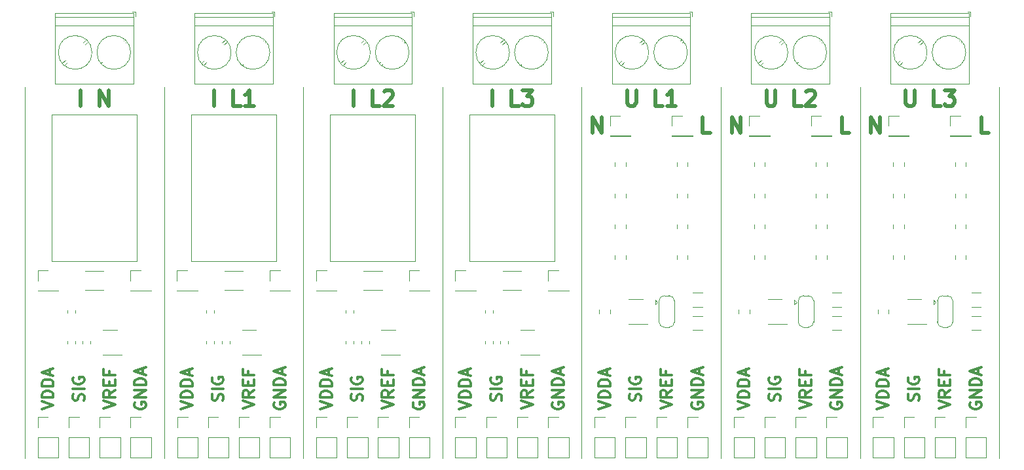
<source format=gbr>
%TF.GenerationSoftware,KiCad,Pcbnew,(5.1.6)-1*%
%TF.CreationDate,2020-11-06T14:41:16+01:00*%
%TF.ProjectId,3V_4I_ac_afe,33565f34-495f-4616-935f-6166652e6b69,rev?*%
%TF.SameCoordinates,Original*%
%TF.FileFunction,Legend,Top*%
%TF.FilePolarity,Positive*%
%FSLAX46Y46*%
G04 Gerber Fmt 4.6, Leading zero omitted, Abs format (unit mm)*
G04 Created by KiCad (PCBNEW (5.1.6)-1) date 2020-11-06 14:41:16*
%MOMM*%
%LPD*%
G01*
G04 APERTURE LIST*
%ADD10C,0.500000*%
%ADD11C,0.120000*%
%ADD12C,0.300000*%
%ADD13C,3.300000*%
%ADD14C,2.600000*%
%ADD15C,1.624000*%
%ADD16C,2.700000*%
%ADD17R,2.700000X2.700000*%
%ADD18R,1.800000X1.800000*%
%ADD19O,1.800000X1.800000*%
%ADD20R,1.160000X0.750000*%
%ADD21R,2.200000X2.700000*%
%ADD22R,1.600000X1.100000*%
%ADD23C,0.100000*%
G04 APERTURE END LIST*
D10*
X197428571Y-89904761D02*
X197428571Y-87904761D01*
X198571428Y-89904761D01*
X198571428Y-87904761D01*
X179428571Y-89904761D02*
X179428571Y-87904761D01*
X180571428Y-89904761D01*
X180571428Y-87904761D01*
X161428571Y-89904761D02*
X161428571Y-87904761D01*
X162571428Y-89904761D01*
X162571428Y-87904761D01*
X176619047Y-89904761D02*
X175666666Y-89904761D01*
X175666666Y-87904761D01*
X212619047Y-89904761D02*
X211666666Y-89904761D01*
X211666666Y-87904761D01*
X194619047Y-89904761D02*
X193666666Y-89904761D01*
X193666666Y-87904761D01*
X201904761Y-84404761D02*
X201904761Y-86023809D01*
X202000000Y-86214285D01*
X202095238Y-86309523D01*
X202285714Y-86404761D01*
X202666666Y-86404761D01*
X202857142Y-86309523D01*
X202952380Y-86214285D01*
X203047619Y-86023809D01*
X203047619Y-84404761D01*
X206476190Y-86404761D02*
X205523809Y-86404761D01*
X205523809Y-84404761D01*
X206952380Y-84404761D02*
X208190476Y-84404761D01*
X207523809Y-85166666D01*
X207809523Y-85166666D01*
X208000000Y-85261904D01*
X208095238Y-85357142D01*
X208190476Y-85547619D01*
X208190476Y-86023809D01*
X208095238Y-86214285D01*
X208000000Y-86309523D01*
X207809523Y-86404761D01*
X207238095Y-86404761D01*
X207047619Y-86309523D01*
X206952380Y-86214285D01*
X183904761Y-84404761D02*
X183904761Y-86023809D01*
X184000000Y-86214285D01*
X184095238Y-86309523D01*
X184285714Y-86404761D01*
X184666666Y-86404761D01*
X184857142Y-86309523D01*
X184952380Y-86214285D01*
X185047619Y-86023809D01*
X185047619Y-84404761D01*
X188476190Y-86404761D02*
X187523809Y-86404761D01*
X187523809Y-84404761D01*
X189047619Y-84595238D02*
X189142857Y-84500000D01*
X189333333Y-84404761D01*
X189809523Y-84404761D01*
X190000000Y-84500000D01*
X190095238Y-84595238D01*
X190190476Y-84785714D01*
X190190476Y-84976190D01*
X190095238Y-85261904D01*
X188952380Y-86404761D01*
X190190476Y-86404761D01*
X165904761Y-84404761D02*
X165904761Y-86023809D01*
X166000000Y-86214285D01*
X166095238Y-86309523D01*
X166285714Y-86404761D01*
X166666666Y-86404761D01*
X166857142Y-86309523D01*
X166952380Y-86214285D01*
X167047619Y-86023809D01*
X167047619Y-84404761D01*
X170476190Y-86404761D02*
X169523809Y-86404761D01*
X169523809Y-84404761D01*
X172190476Y-86404761D02*
X171047619Y-86404761D01*
X171619047Y-86404761D02*
X171619047Y-84404761D01*
X171428571Y-84690476D01*
X171238095Y-84880952D01*
X171047619Y-84976190D01*
X112476190Y-86404761D02*
X112476190Y-84404761D01*
X115904761Y-86404761D02*
X114952380Y-86404761D01*
X114952380Y-84404761D01*
X117619047Y-86404761D02*
X116476190Y-86404761D01*
X117047619Y-86404761D02*
X117047619Y-84404761D01*
X116857142Y-84690476D01*
X116666666Y-84880952D01*
X116476190Y-84976190D01*
X148476190Y-86404761D02*
X148476190Y-84404761D01*
X151904761Y-86404761D02*
X150952380Y-86404761D01*
X150952380Y-84404761D01*
X152380952Y-84404761D02*
X153619047Y-84404761D01*
X152952380Y-85166666D01*
X153238095Y-85166666D01*
X153428571Y-85261904D01*
X153523809Y-85357142D01*
X153619047Y-85547619D01*
X153619047Y-86023809D01*
X153523809Y-86214285D01*
X153428571Y-86309523D01*
X153238095Y-86404761D01*
X152666666Y-86404761D01*
X152476190Y-86309523D01*
X152380952Y-86214285D01*
X130476190Y-86404761D02*
X130476190Y-84404761D01*
X133904761Y-86404761D02*
X132952380Y-86404761D01*
X132952380Y-84404761D01*
X134476190Y-84595238D02*
X134571428Y-84500000D01*
X134761904Y-84404761D01*
X135238095Y-84404761D01*
X135428571Y-84500000D01*
X135523809Y-84595238D01*
X135619047Y-84785714D01*
X135619047Y-84976190D01*
X135523809Y-85261904D01*
X134380952Y-86404761D01*
X135619047Y-86404761D01*
X95190476Y-86404761D02*
X95190476Y-84404761D01*
X97666666Y-86404761D02*
X97666666Y-84404761D01*
X98809523Y-86404761D01*
X98809523Y-84404761D01*
D11*
X214000000Y-132000000D02*
X214000000Y-84000000D01*
X196000000Y-132000000D02*
X196000000Y-84000000D01*
X178000000Y-132000000D02*
X178000000Y-84000000D01*
X160000000Y-132000000D02*
X160000000Y-84000000D01*
X142000000Y-132000000D02*
X142000000Y-84000000D01*
X124000000Y-132000000D02*
X124000000Y-84000000D01*
X88000000Y-132000000D02*
X88000000Y-84000000D01*
X106000000Y-132000000D02*
X106000000Y-84000000D01*
D12*
X206178571Y-125571428D02*
X207678571Y-125071428D01*
X206178571Y-124571428D01*
X207678571Y-123214285D02*
X206964285Y-123714285D01*
X207678571Y-124071428D02*
X206178571Y-124071428D01*
X206178571Y-123500000D01*
X206250000Y-123357142D01*
X206321428Y-123285714D01*
X206464285Y-123214285D01*
X206678571Y-123214285D01*
X206821428Y-123285714D01*
X206892857Y-123357142D01*
X206964285Y-123500000D01*
X206964285Y-124071428D01*
X206892857Y-122571428D02*
X206892857Y-122071428D01*
X207678571Y-121857142D02*
X207678571Y-122571428D01*
X206178571Y-122571428D01*
X206178571Y-121857142D01*
X206892857Y-120714285D02*
X206892857Y-121214285D01*
X207678571Y-121214285D02*
X206178571Y-121214285D01*
X206178571Y-120500000D01*
X198178571Y-125642857D02*
X199678571Y-125142857D01*
X198178571Y-124642857D01*
X199678571Y-124142857D02*
X198178571Y-124142857D01*
X198178571Y-123785714D01*
X198250000Y-123571428D01*
X198392857Y-123428571D01*
X198535714Y-123357142D01*
X198821428Y-123285714D01*
X199035714Y-123285714D01*
X199321428Y-123357142D01*
X199464285Y-123428571D01*
X199607142Y-123571428D01*
X199678571Y-123785714D01*
X199678571Y-124142857D01*
X199678571Y-122642857D02*
X198178571Y-122642857D01*
X198178571Y-122285714D01*
X198250000Y-122071428D01*
X198392857Y-121928571D01*
X198535714Y-121857142D01*
X198821428Y-121785714D01*
X199035714Y-121785714D01*
X199321428Y-121857142D01*
X199464285Y-121928571D01*
X199607142Y-122071428D01*
X199678571Y-122285714D01*
X199678571Y-122642857D01*
X199250000Y-121214285D02*
X199250000Y-120500000D01*
X199678571Y-121357142D02*
X198178571Y-120857142D01*
X199678571Y-120357142D01*
X203607142Y-124535714D02*
X203678571Y-124321428D01*
X203678571Y-123964285D01*
X203607142Y-123821428D01*
X203535714Y-123750000D01*
X203392857Y-123678571D01*
X203250000Y-123678571D01*
X203107142Y-123750000D01*
X203035714Y-123821428D01*
X202964285Y-123964285D01*
X202892857Y-124250000D01*
X202821428Y-124392857D01*
X202750000Y-124464285D01*
X202607142Y-124535714D01*
X202464285Y-124535714D01*
X202321428Y-124464285D01*
X202250000Y-124392857D01*
X202178571Y-124250000D01*
X202178571Y-123892857D01*
X202250000Y-123678571D01*
X203678571Y-123035714D02*
X202178571Y-123035714D01*
X202250000Y-121535714D02*
X202178571Y-121678571D01*
X202178571Y-121892857D01*
X202250000Y-122107142D01*
X202392857Y-122250000D01*
X202535714Y-122321428D01*
X202821428Y-122392857D01*
X203035714Y-122392857D01*
X203321428Y-122321428D01*
X203464285Y-122250000D01*
X203607142Y-122107142D01*
X203678571Y-121892857D01*
X203678571Y-121750000D01*
X203607142Y-121535714D01*
X203535714Y-121464285D01*
X203035714Y-121464285D01*
X203035714Y-121750000D01*
X210250000Y-124785714D02*
X210178571Y-124928571D01*
X210178571Y-125142857D01*
X210250000Y-125357142D01*
X210392857Y-125500000D01*
X210535714Y-125571428D01*
X210821428Y-125642857D01*
X211035714Y-125642857D01*
X211321428Y-125571428D01*
X211464285Y-125500000D01*
X211607142Y-125357142D01*
X211678571Y-125142857D01*
X211678571Y-125000000D01*
X211607142Y-124785714D01*
X211535714Y-124714285D01*
X211035714Y-124714285D01*
X211035714Y-125000000D01*
X211678571Y-124071428D02*
X210178571Y-124071428D01*
X211678571Y-123214285D01*
X210178571Y-123214285D01*
X211678571Y-122500000D02*
X210178571Y-122500000D01*
X210178571Y-122142857D01*
X210250000Y-121928571D01*
X210392857Y-121785714D01*
X210535714Y-121714285D01*
X210821428Y-121642857D01*
X211035714Y-121642857D01*
X211321428Y-121714285D01*
X211464285Y-121785714D01*
X211607142Y-121928571D01*
X211678571Y-122142857D01*
X211678571Y-122500000D01*
X211250000Y-121071428D02*
X211250000Y-120357142D01*
X211678571Y-121214285D02*
X210178571Y-120714285D01*
X211678571Y-120214285D01*
X188178571Y-125571428D02*
X189678571Y-125071428D01*
X188178571Y-124571428D01*
X189678571Y-123214285D02*
X188964285Y-123714285D01*
X189678571Y-124071428D02*
X188178571Y-124071428D01*
X188178571Y-123500000D01*
X188250000Y-123357142D01*
X188321428Y-123285714D01*
X188464285Y-123214285D01*
X188678571Y-123214285D01*
X188821428Y-123285714D01*
X188892857Y-123357142D01*
X188964285Y-123500000D01*
X188964285Y-124071428D01*
X188892857Y-122571428D02*
X188892857Y-122071428D01*
X189678571Y-121857142D02*
X189678571Y-122571428D01*
X188178571Y-122571428D01*
X188178571Y-121857142D01*
X188892857Y-120714285D02*
X188892857Y-121214285D01*
X189678571Y-121214285D02*
X188178571Y-121214285D01*
X188178571Y-120500000D01*
X180178571Y-125642857D02*
X181678571Y-125142857D01*
X180178571Y-124642857D01*
X181678571Y-124142857D02*
X180178571Y-124142857D01*
X180178571Y-123785714D01*
X180250000Y-123571428D01*
X180392857Y-123428571D01*
X180535714Y-123357142D01*
X180821428Y-123285714D01*
X181035714Y-123285714D01*
X181321428Y-123357142D01*
X181464285Y-123428571D01*
X181607142Y-123571428D01*
X181678571Y-123785714D01*
X181678571Y-124142857D01*
X181678571Y-122642857D02*
X180178571Y-122642857D01*
X180178571Y-122285714D01*
X180250000Y-122071428D01*
X180392857Y-121928571D01*
X180535714Y-121857142D01*
X180821428Y-121785714D01*
X181035714Y-121785714D01*
X181321428Y-121857142D01*
X181464285Y-121928571D01*
X181607142Y-122071428D01*
X181678571Y-122285714D01*
X181678571Y-122642857D01*
X181250000Y-121214285D02*
X181250000Y-120500000D01*
X181678571Y-121357142D02*
X180178571Y-120857142D01*
X181678571Y-120357142D01*
X185607142Y-124535714D02*
X185678571Y-124321428D01*
X185678571Y-123964285D01*
X185607142Y-123821428D01*
X185535714Y-123750000D01*
X185392857Y-123678571D01*
X185250000Y-123678571D01*
X185107142Y-123750000D01*
X185035714Y-123821428D01*
X184964285Y-123964285D01*
X184892857Y-124250000D01*
X184821428Y-124392857D01*
X184750000Y-124464285D01*
X184607142Y-124535714D01*
X184464285Y-124535714D01*
X184321428Y-124464285D01*
X184250000Y-124392857D01*
X184178571Y-124250000D01*
X184178571Y-123892857D01*
X184250000Y-123678571D01*
X185678571Y-123035714D02*
X184178571Y-123035714D01*
X184250000Y-121535714D02*
X184178571Y-121678571D01*
X184178571Y-121892857D01*
X184250000Y-122107142D01*
X184392857Y-122250000D01*
X184535714Y-122321428D01*
X184821428Y-122392857D01*
X185035714Y-122392857D01*
X185321428Y-122321428D01*
X185464285Y-122250000D01*
X185607142Y-122107142D01*
X185678571Y-121892857D01*
X185678571Y-121750000D01*
X185607142Y-121535714D01*
X185535714Y-121464285D01*
X185035714Y-121464285D01*
X185035714Y-121750000D01*
X192250000Y-124785714D02*
X192178571Y-124928571D01*
X192178571Y-125142857D01*
X192250000Y-125357142D01*
X192392857Y-125500000D01*
X192535714Y-125571428D01*
X192821428Y-125642857D01*
X193035714Y-125642857D01*
X193321428Y-125571428D01*
X193464285Y-125500000D01*
X193607142Y-125357142D01*
X193678571Y-125142857D01*
X193678571Y-125000000D01*
X193607142Y-124785714D01*
X193535714Y-124714285D01*
X193035714Y-124714285D01*
X193035714Y-125000000D01*
X193678571Y-124071428D02*
X192178571Y-124071428D01*
X193678571Y-123214285D01*
X192178571Y-123214285D01*
X193678571Y-122500000D02*
X192178571Y-122500000D01*
X192178571Y-122142857D01*
X192250000Y-121928571D01*
X192392857Y-121785714D01*
X192535714Y-121714285D01*
X192821428Y-121642857D01*
X193035714Y-121642857D01*
X193321428Y-121714285D01*
X193464285Y-121785714D01*
X193607142Y-121928571D01*
X193678571Y-122142857D01*
X193678571Y-122500000D01*
X193250000Y-121071428D02*
X193250000Y-120357142D01*
X193678571Y-121214285D02*
X192178571Y-120714285D01*
X193678571Y-120214285D01*
X170178571Y-125571428D02*
X171678571Y-125071428D01*
X170178571Y-124571428D01*
X171678571Y-123214285D02*
X170964285Y-123714285D01*
X171678571Y-124071428D02*
X170178571Y-124071428D01*
X170178571Y-123500000D01*
X170250000Y-123357142D01*
X170321428Y-123285714D01*
X170464285Y-123214285D01*
X170678571Y-123214285D01*
X170821428Y-123285714D01*
X170892857Y-123357142D01*
X170964285Y-123500000D01*
X170964285Y-124071428D01*
X170892857Y-122571428D02*
X170892857Y-122071428D01*
X171678571Y-121857142D02*
X171678571Y-122571428D01*
X170178571Y-122571428D01*
X170178571Y-121857142D01*
X170892857Y-120714285D02*
X170892857Y-121214285D01*
X171678571Y-121214285D02*
X170178571Y-121214285D01*
X170178571Y-120500000D01*
X162178571Y-125642857D02*
X163678571Y-125142857D01*
X162178571Y-124642857D01*
X163678571Y-124142857D02*
X162178571Y-124142857D01*
X162178571Y-123785714D01*
X162250000Y-123571428D01*
X162392857Y-123428571D01*
X162535714Y-123357142D01*
X162821428Y-123285714D01*
X163035714Y-123285714D01*
X163321428Y-123357142D01*
X163464285Y-123428571D01*
X163607142Y-123571428D01*
X163678571Y-123785714D01*
X163678571Y-124142857D01*
X163678571Y-122642857D02*
X162178571Y-122642857D01*
X162178571Y-122285714D01*
X162250000Y-122071428D01*
X162392857Y-121928571D01*
X162535714Y-121857142D01*
X162821428Y-121785714D01*
X163035714Y-121785714D01*
X163321428Y-121857142D01*
X163464285Y-121928571D01*
X163607142Y-122071428D01*
X163678571Y-122285714D01*
X163678571Y-122642857D01*
X163250000Y-121214285D02*
X163250000Y-120500000D01*
X163678571Y-121357142D02*
X162178571Y-120857142D01*
X163678571Y-120357142D01*
X167607142Y-124535714D02*
X167678571Y-124321428D01*
X167678571Y-123964285D01*
X167607142Y-123821428D01*
X167535714Y-123750000D01*
X167392857Y-123678571D01*
X167250000Y-123678571D01*
X167107142Y-123750000D01*
X167035714Y-123821428D01*
X166964285Y-123964285D01*
X166892857Y-124250000D01*
X166821428Y-124392857D01*
X166750000Y-124464285D01*
X166607142Y-124535714D01*
X166464285Y-124535714D01*
X166321428Y-124464285D01*
X166250000Y-124392857D01*
X166178571Y-124250000D01*
X166178571Y-123892857D01*
X166250000Y-123678571D01*
X167678571Y-123035714D02*
X166178571Y-123035714D01*
X166250000Y-121535714D02*
X166178571Y-121678571D01*
X166178571Y-121892857D01*
X166250000Y-122107142D01*
X166392857Y-122250000D01*
X166535714Y-122321428D01*
X166821428Y-122392857D01*
X167035714Y-122392857D01*
X167321428Y-122321428D01*
X167464285Y-122250000D01*
X167607142Y-122107142D01*
X167678571Y-121892857D01*
X167678571Y-121750000D01*
X167607142Y-121535714D01*
X167535714Y-121464285D01*
X167035714Y-121464285D01*
X167035714Y-121750000D01*
X174250000Y-124785714D02*
X174178571Y-124928571D01*
X174178571Y-125142857D01*
X174250000Y-125357142D01*
X174392857Y-125500000D01*
X174535714Y-125571428D01*
X174821428Y-125642857D01*
X175035714Y-125642857D01*
X175321428Y-125571428D01*
X175464285Y-125500000D01*
X175607142Y-125357142D01*
X175678571Y-125142857D01*
X175678571Y-125000000D01*
X175607142Y-124785714D01*
X175535714Y-124714285D01*
X175035714Y-124714285D01*
X175035714Y-125000000D01*
X175678571Y-124071428D02*
X174178571Y-124071428D01*
X175678571Y-123214285D01*
X174178571Y-123214285D01*
X175678571Y-122500000D02*
X174178571Y-122500000D01*
X174178571Y-122142857D01*
X174250000Y-121928571D01*
X174392857Y-121785714D01*
X174535714Y-121714285D01*
X174821428Y-121642857D01*
X175035714Y-121642857D01*
X175321428Y-121714285D01*
X175464285Y-121785714D01*
X175607142Y-121928571D01*
X175678571Y-122142857D01*
X175678571Y-122500000D01*
X175250000Y-121071428D02*
X175250000Y-120357142D01*
X175678571Y-121214285D02*
X174178571Y-120714285D01*
X175678571Y-120214285D01*
X152178571Y-125571428D02*
X153678571Y-125071428D01*
X152178571Y-124571428D01*
X153678571Y-123214285D02*
X152964285Y-123714285D01*
X153678571Y-124071428D02*
X152178571Y-124071428D01*
X152178571Y-123500000D01*
X152250000Y-123357142D01*
X152321428Y-123285714D01*
X152464285Y-123214285D01*
X152678571Y-123214285D01*
X152821428Y-123285714D01*
X152892857Y-123357142D01*
X152964285Y-123500000D01*
X152964285Y-124071428D01*
X152892857Y-122571428D02*
X152892857Y-122071428D01*
X153678571Y-121857142D02*
X153678571Y-122571428D01*
X152178571Y-122571428D01*
X152178571Y-121857142D01*
X152892857Y-120714285D02*
X152892857Y-121214285D01*
X153678571Y-121214285D02*
X152178571Y-121214285D01*
X152178571Y-120500000D01*
X144178571Y-125642857D02*
X145678571Y-125142857D01*
X144178571Y-124642857D01*
X145678571Y-124142857D02*
X144178571Y-124142857D01*
X144178571Y-123785714D01*
X144250000Y-123571428D01*
X144392857Y-123428571D01*
X144535714Y-123357142D01*
X144821428Y-123285714D01*
X145035714Y-123285714D01*
X145321428Y-123357142D01*
X145464285Y-123428571D01*
X145607142Y-123571428D01*
X145678571Y-123785714D01*
X145678571Y-124142857D01*
X145678571Y-122642857D02*
X144178571Y-122642857D01*
X144178571Y-122285714D01*
X144250000Y-122071428D01*
X144392857Y-121928571D01*
X144535714Y-121857142D01*
X144821428Y-121785714D01*
X145035714Y-121785714D01*
X145321428Y-121857142D01*
X145464285Y-121928571D01*
X145607142Y-122071428D01*
X145678571Y-122285714D01*
X145678571Y-122642857D01*
X145250000Y-121214285D02*
X145250000Y-120500000D01*
X145678571Y-121357142D02*
X144178571Y-120857142D01*
X145678571Y-120357142D01*
X149607142Y-124535714D02*
X149678571Y-124321428D01*
X149678571Y-123964285D01*
X149607142Y-123821428D01*
X149535714Y-123750000D01*
X149392857Y-123678571D01*
X149250000Y-123678571D01*
X149107142Y-123750000D01*
X149035714Y-123821428D01*
X148964285Y-123964285D01*
X148892857Y-124250000D01*
X148821428Y-124392857D01*
X148750000Y-124464285D01*
X148607142Y-124535714D01*
X148464285Y-124535714D01*
X148321428Y-124464285D01*
X148250000Y-124392857D01*
X148178571Y-124250000D01*
X148178571Y-123892857D01*
X148250000Y-123678571D01*
X149678571Y-123035714D02*
X148178571Y-123035714D01*
X148250000Y-121535714D02*
X148178571Y-121678571D01*
X148178571Y-121892857D01*
X148250000Y-122107142D01*
X148392857Y-122250000D01*
X148535714Y-122321428D01*
X148821428Y-122392857D01*
X149035714Y-122392857D01*
X149321428Y-122321428D01*
X149464285Y-122250000D01*
X149607142Y-122107142D01*
X149678571Y-121892857D01*
X149678571Y-121750000D01*
X149607142Y-121535714D01*
X149535714Y-121464285D01*
X149035714Y-121464285D01*
X149035714Y-121750000D01*
X156250000Y-124785714D02*
X156178571Y-124928571D01*
X156178571Y-125142857D01*
X156250000Y-125357142D01*
X156392857Y-125500000D01*
X156535714Y-125571428D01*
X156821428Y-125642857D01*
X157035714Y-125642857D01*
X157321428Y-125571428D01*
X157464285Y-125500000D01*
X157607142Y-125357142D01*
X157678571Y-125142857D01*
X157678571Y-125000000D01*
X157607142Y-124785714D01*
X157535714Y-124714285D01*
X157035714Y-124714285D01*
X157035714Y-125000000D01*
X157678571Y-124071428D02*
X156178571Y-124071428D01*
X157678571Y-123214285D01*
X156178571Y-123214285D01*
X157678571Y-122500000D02*
X156178571Y-122500000D01*
X156178571Y-122142857D01*
X156250000Y-121928571D01*
X156392857Y-121785714D01*
X156535714Y-121714285D01*
X156821428Y-121642857D01*
X157035714Y-121642857D01*
X157321428Y-121714285D01*
X157464285Y-121785714D01*
X157607142Y-121928571D01*
X157678571Y-122142857D01*
X157678571Y-122500000D01*
X157250000Y-121071428D02*
X157250000Y-120357142D01*
X157678571Y-121214285D02*
X156178571Y-120714285D01*
X157678571Y-120214285D01*
X134178571Y-125571428D02*
X135678571Y-125071428D01*
X134178571Y-124571428D01*
X135678571Y-123214285D02*
X134964285Y-123714285D01*
X135678571Y-124071428D02*
X134178571Y-124071428D01*
X134178571Y-123500000D01*
X134250000Y-123357142D01*
X134321428Y-123285714D01*
X134464285Y-123214285D01*
X134678571Y-123214285D01*
X134821428Y-123285714D01*
X134892857Y-123357142D01*
X134964285Y-123500000D01*
X134964285Y-124071428D01*
X134892857Y-122571428D02*
X134892857Y-122071428D01*
X135678571Y-121857142D02*
X135678571Y-122571428D01*
X134178571Y-122571428D01*
X134178571Y-121857142D01*
X134892857Y-120714285D02*
X134892857Y-121214285D01*
X135678571Y-121214285D02*
X134178571Y-121214285D01*
X134178571Y-120500000D01*
X126178571Y-125642857D02*
X127678571Y-125142857D01*
X126178571Y-124642857D01*
X127678571Y-124142857D02*
X126178571Y-124142857D01*
X126178571Y-123785714D01*
X126250000Y-123571428D01*
X126392857Y-123428571D01*
X126535714Y-123357142D01*
X126821428Y-123285714D01*
X127035714Y-123285714D01*
X127321428Y-123357142D01*
X127464285Y-123428571D01*
X127607142Y-123571428D01*
X127678571Y-123785714D01*
X127678571Y-124142857D01*
X127678571Y-122642857D02*
X126178571Y-122642857D01*
X126178571Y-122285714D01*
X126250000Y-122071428D01*
X126392857Y-121928571D01*
X126535714Y-121857142D01*
X126821428Y-121785714D01*
X127035714Y-121785714D01*
X127321428Y-121857142D01*
X127464285Y-121928571D01*
X127607142Y-122071428D01*
X127678571Y-122285714D01*
X127678571Y-122642857D01*
X127250000Y-121214285D02*
X127250000Y-120500000D01*
X127678571Y-121357142D02*
X126178571Y-120857142D01*
X127678571Y-120357142D01*
X131607142Y-124535714D02*
X131678571Y-124321428D01*
X131678571Y-123964285D01*
X131607142Y-123821428D01*
X131535714Y-123750000D01*
X131392857Y-123678571D01*
X131250000Y-123678571D01*
X131107142Y-123750000D01*
X131035714Y-123821428D01*
X130964285Y-123964285D01*
X130892857Y-124250000D01*
X130821428Y-124392857D01*
X130750000Y-124464285D01*
X130607142Y-124535714D01*
X130464285Y-124535714D01*
X130321428Y-124464285D01*
X130250000Y-124392857D01*
X130178571Y-124250000D01*
X130178571Y-123892857D01*
X130250000Y-123678571D01*
X131678571Y-123035714D02*
X130178571Y-123035714D01*
X130250000Y-121535714D02*
X130178571Y-121678571D01*
X130178571Y-121892857D01*
X130250000Y-122107142D01*
X130392857Y-122250000D01*
X130535714Y-122321428D01*
X130821428Y-122392857D01*
X131035714Y-122392857D01*
X131321428Y-122321428D01*
X131464285Y-122250000D01*
X131607142Y-122107142D01*
X131678571Y-121892857D01*
X131678571Y-121750000D01*
X131607142Y-121535714D01*
X131535714Y-121464285D01*
X131035714Y-121464285D01*
X131035714Y-121750000D01*
X138250000Y-124785714D02*
X138178571Y-124928571D01*
X138178571Y-125142857D01*
X138250000Y-125357142D01*
X138392857Y-125500000D01*
X138535714Y-125571428D01*
X138821428Y-125642857D01*
X139035714Y-125642857D01*
X139321428Y-125571428D01*
X139464285Y-125500000D01*
X139607142Y-125357142D01*
X139678571Y-125142857D01*
X139678571Y-125000000D01*
X139607142Y-124785714D01*
X139535714Y-124714285D01*
X139035714Y-124714285D01*
X139035714Y-125000000D01*
X139678571Y-124071428D02*
X138178571Y-124071428D01*
X139678571Y-123214285D01*
X138178571Y-123214285D01*
X139678571Y-122500000D02*
X138178571Y-122500000D01*
X138178571Y-122142857D01*
X138250000Y-121928571D01*
X138392857Y-121785714D01*
X138535714Y-121714285D01*
X138821428Y-121642857D01*
X139035714Y-121642857D01*
X139321428Y-121714285D01*
X139464285Y-121785714D01*
X139607142Y-121928571D01*
X139678571Y-122142857D01*
X139678571Y-122500000D01*
X139250000Y-121071428D02*
X139250000Y-120357142D01*
X139678571Y-121214285D02*
X138178571Y-120714285D01*
X139678571Y-120214285D01*
X116178571Y-125571428D02*
X117678571Y-125071428D01*
X116178571Y-124571428D01*
X117678571Y-123214285D02*
X116964285Y-123714285D01*
X117678571Y-124071428D02*
X116178571Y-124071428D01*
X116178571Y-123500000D01*
X116250000Y-123357142D01*
X116321428Y-123285714D01*
X116464285Y-123214285D01*
X116678571Y-123214285D01*
X116821428Y-123285714D01*
X116892857Y-123357142D01*
X116964285Y-123500000D01*
X116964285Y-124071428D01*
X116892857Y-122571428D02*
X116892857Y-122071428D01*
X117678571Y-121857142D02*
X117678571Y-122571428D01*
X116178571Y-122571428D01*
X116178571Y-121857142D01*
X116892857Y-120714285D02*
X116892857Y-121214285D01*
X117678571Y-121214285D02*
X116178571Y-121214285D01*
X116178571Y-120500000D01*
X108178571Y-125642857D02*
X109678571Y-125142857D01*
X108178571Y-124642857D01*
X109678571Y-124142857D02*
X108178571Y-124142857D01*
X108178571Y-123785714D01*
X108250000Y-123571428D01*
X108392857Y-123428571D01*
X108535714Y-123357142D01*
X108821428Y-123285714D01*
X109035714Y-123285714D01*
X109321428Y-123357142D01*
X109464285Y-123428571D01*
X109607142Y-123571428D01*
X109678571Y-123785714D01*
X109678571Y-124142857D01*
X109678571Y-122642857D02*
X108178571Y-122642857D01*
X108178571Y-122285714D01*
X108250000Y-122071428D01*
X108392857Y-121928571D01*
X108535714Y-121857142D01*
X108821428Y-121785714D01*
X109035714Y-121785714D01*
X109321428Y-121857142D01*
X109464285Y-121928571D01*
X109607142Y-122071428D01*
X109678571Y-122285714D01*
X109678571Y-122642857D01*
X109250000Y-121214285D02*
X109250000Y-120500000D01*
X109678571Y-121357142D02*
X108178571Y-120857142D01*
X109678571Y-120357142D01*
X113607142Y-124535714D02*
X113678571Y-124321428D01*
X113678571Y-123964285D01*
X113607142Y-123821428D01*
X113535714Y-123750000D01*
X113392857Y-123678571D01*
X113250000Y-123678571D01*
X113107142Y-123750000D01*
X113035714Y-123821428D01*
X112964285Y-123964285D01*
X112892857Y-124250000D01*
X112821428Y-124392857D01*
X112750000Y-124464285D01*
X112607142Y-124535714D01*
X112464285Y-124535714D01*
X112321428Y-124464285D01*
X112250000Y-124392857D01*
X112178571Y-124250000D01*
X112178571Y-123892857D01*
X112250000Y-123678571D01*
X113678571Y-123035714D02*
X112178571Y-123035714D01*
X112250000Y-121535714D02*
X112178571Y-121678571D01*
X112178571Y-121892857D01*
X112250000Y-122107142D01*
X112392857Y-122250000D01*
X112535714Y-122321428D01*
X112821428Y-122392857D01*
X113035714Y-122392857D01*
X113321428Y-122321428D01*
X113464285Y-122250000D01*
X113607142Y-122107142D01*
X113678571Y-121892857D01*
X113678571Y-121750000D01*
X113607142Y-121535714D01*
X113535714Y-121464285D01*
X113035714Y-121464285D01*
X113035714Y-121750000D01*
X120250000Y-124785714D02*
X120178571Y-124928571D01*
X120178571Y-125142857D01*
X120250000Y-125357142D01*
X120392857Y-125500000D01*
X120535714Y-125571428D01*
X120821428Y-125642857D01*
X121035714Y-125642857D01*
X121321428Y-125571428D01*
X121464285Y-125500000D01*
X121607142Y-125357142D01*
X121678571Y-125142857D01*
X121678571Y-125000000D01*
X121607142Y-124785714D01*
X121535714Y-124714285D01*
X121035714Y-124714285D01*
X121035714Y-125000000D01*
X121678571Y-124071428D02*
X120178571Y-124071428D01*
X121678571Y-123214285D01*
X120178571Y-123214285D01*
X121678571Y-122500000D02*
X120178571Y-122500000D01*
X120178571Y-122142857D01*
X120250000Y-121928571D01*
X120392857Y-121785714D01*
X120535714Y-121714285D01*
X120821428Y-121642857D01*
X121035714Y-121642857D01*
X121321428Y-121714285D01*
X121464285Y-121785714D01*
X121607142Y-121928571D01*
X121678571Y-122142857D01*
X121678571Y-122500000D01*
X121250000Y-121071428D02*
X121250000Y-120357142D01*
X121678571Y-121214285D02*
X120178571Y-120714285D01*
X121678571Y-120214285D01*
X102250000Y-124785714D02*
X102178571Y-124928571D01*
X102178571Y-125142857D01*
X102250000Y-125357142D01*
X102392857Y-125500000D01*
X102535714Y-125571428D01*
X102821428Y-125642857D01*
X103035714Y-125642857D01*
X103321428Y-125571428D01*
X103464285Y-125500000D01*
X103607142Y-125357142D01*
X103678571Y-125142857D01*
X103678571Y-125000000D01*
X103607142Y-124785714D01*
X103535714Y-124714285D01*
X103035714Y-124714285D01*
X103035714Y-125000000D01*
X103678571Y-124071428D02*
X102178571Y-124071428D01*
X103678571Y-123214285D01*
X102178571Y-123214285D01*
X103678571Y-122500000D02*
X102178571Y-122500000D01*
X102178571Y-122142857D01*
X102250000Y-121928571D01*
X102392857Y-121785714D01*
X102535714Y-121714285D01*
X102821428Y-121642857D01*
X103035714Y-121642857D01*
X103321428Y-121714285D01*
X103464285Y-121785714D01*
X103607142Y-121928571D01*
X103678571Y-122142857D01*
X103678571Y-122500000D01*
X103250000Y-121071428D02*
X103250000Y-120357142D01*
X103678571Y-121214285D02*
X102178571Y-120714285D01*
X103678571Y-120214285D01*
X95607142Y-124535714D02*
X95678571Y-124321428D01*
X95678571Y-123964285D01*
X95607142Y-123821428D01*
X95535714Y-123750000D01*
X95392857Y-123678571D01*
X95250000Y-123678571D01*
X95107142Y-123750000D01*
X95035714Y-123821428D01*
X94964285Y-123964285D01*
X94892857Y-124250000D01*
X94821428Y-124392857D01*
X94750000Y-124464285D01*
X94607142Y-124535714D01*
X94464285Y-124535714D01*
X94321428Y-124464285D01*
X94250000Y-124392857D01*
X94178571Y-124250000D01*
X94178571Y-123892857D01*
X94250000Y-123678571D01*
X95678571Y-123035714D02*
X94178571Y-123035714D01*
X94250000Y-121535714D02*
X94178571Y-121678571D01*
X94178571Y-121892857D01*
X94250000Y-122107142D01*
X94392857Y-122250000D01*
X94535714Y-122321428D01*
X94821428Y-122392857D01*
X95035714Y-122392857D01*
X95321428Y-122321428D01*
X95464285Y-122250000D01*
X95607142Y-122107142D01*
X95678571Y-121892857D01*
X95678571Y-121750000D01*
X95607142Y-121535714D01*
X95535714Y-121464285D01*
X95035714Y-121464285D01*
X95035714Y-121750000D01*
X98178571Y-125571428D02*
X99678571Y-125071428D01*
X98178571Y-124571428D01*
X99678571Y-123214285D02*
X98964285Y-123714285D01*
X99678571Y-124071428D02*
X98178571Y-124071428D01*
X98178571Y-123500000D01*
X98250000Y-123357142D01*
X98321428Y-123285714D01*
X98464285Y-123214285D01*
X98678571Y-123214285D01*
X98821428Y-123285714D01*
X98892857Y-123357142D01*
X98964285Y-123500000D01*
X98964285Y-124071428D01*
X98892857Y-122571428D02*
X98892857Y-122071428D01*
X99678571Y-121857142D02*
X99678571Y-122571428D01*
X98178571Y-122571428D01*
X98178571Y-121857142D01*
X98892857Y-120714285D02*
X98892857Y-121214285D01*
X99678571Y-121214285D02*
X98178571Y-121214285D01*
X98178571Y-120500000D01*
X90178571Y-125642857D02*
X91678571Y-125142857D01*
X90178571Y-124642857D01*
X91678571Y-124142857D02*
X90178571Y-124142857D01*
X90178571Y-123785714D01*
X90250000Y-123571428D01*
X90392857Y-123428571D01*
X90535714Y-123357142D01*
X90821428Y-123285714D01*
X91035714Y-123285714D01*
X91321428Y-123357142D01*
X91464285Y-123428571D01*
X91607142Y-123571428D01*
X91678571Y-123785714D01*
X91678571Y-124142857D01*
X91678571Y-122642857D02*
X90178571Y-122642857D01*
X90178571Y-122285714D01*
X90250000Y-122071428D01*
X90392857Y-121928571D01*
X90535714Y-121857142D01*
X90821428Y-121785714D01*
X91035714Y-121785714D01*
X91321428Y-121857142D01*
X91464285Y-121928571D01*
X91607142Y-122071428D01*
X91678571Y-122285714D01*
X91678571Y-122642857D01*
X91250000Y-121214285D02*
X91250000Y-120500000D01*
X91678571Y-121357142D02*
X90178571Y-120857142D01*
X91678571Y-120357142D01*
D11*
%TO.C,CT3*%
X145500000Y-87500000D02*
X145500000Y-97000000D01*
X156500000Y-87500000D02*
X145500000Y-87500000D01*
X156500000Y-106500000D02*
X156500000Y-87500000D01*
X145500000Y-106500000D02*
X156500000Y-106500000D01*
X145500000Y-97000000D02*
X145500000Y-106500000D01*
%TO.C,J43*%
X101680000Y-79500000D02*
G75*
G03*
X101680000Y-79500000I-2180000J0D01*
G01*
X96680000Y-79500000D02*
G75*
G03*
X96680000Y-79500000I-2180000J0D01*
G01*
X102060000Y-74900000D02*
X91940000Y-74900000D01*
X102060000Y-76000000D02*
X91940000Y-76000000D01*
X102060000Y-83560000D02*
X91940000Y-83560000D01*
X102060000Y-74440000D02*
X91940000Y-74440000D01*
X102060000Y-83560000D02*
X102060000Y-74440000D01*
X91940000Y-83560000D02*
X91940000Y-74440000D01*
X97846000Y-80888000D02*
X97953000Y-80781000D01*
X100782000Y-77953000D02*
X100888000Y-77846000D01*
X98112000Y-81154000D02*
X98219000Y-81047000D01*
X101048000Y-78219000D02*
X101154000Y-78112000D01*
X92846000Y-80888000D02*
X93241000Y-80492000D01*
X95507000Y-78226000D02*
X95887000Y-77846000D01*
X93112000Y-81154000D02*
X93492000Y-80774000D01*
X95758000Y-78508000D02*
X96153000Y-78112000D01*
X102300000Y-74840000D02*
X102300000Y-74200000D01*
X102300000Y-74200000D02*
X101900000Y-74200000D01*
%TO.C,J36*%
X155680000Y-79500000D02*
G75*
G03*
X155680000Y-79500000I-2180000J0D01*
G01*
X150680000Y-79500000D02*
G75*
G03*
X150680000Y-79500000I-2180000J0D01*
G01*
X156060000Y-74900000D02*
X145940000Y-74900000D01*
X156060000Y-76000000D02*
X145940000Y-76000000D01*
X156060000Y-83560000D02*
X145940000Y-83560000D01*
X156060000Y-74440000D02*
X145940000Y-74440000D01*
X156060000Y-83560000D02*
X156060000Y-74440000D01*
X145940000Y-83560000D02*
X145940000Y-74440000D01*
X151846000Y-80888000D02*
X151953000Y-80781000D01*
X154782000Y-77953000D02*
X154888000Y-77846000D01*
X152112000Y-81154000D02*
X152219000Y-81047000D01*
X155048000Y-78219000D02*
X155154000Y-78112000D01*
X146846000Y-80888000D02*
X147241000Y-80492000D01*
X149507000Y-78226000D02*
X149887000Y-77846000D01*
X147112000Y-81154000D02*
X147492000Y-80774000D01*
X149758000Y-78508000D02*
X150153000Y-78112000D01*
X156300000Y-74840000D02*
X156300000Y-74200000D01*
X156300000Y-74200000D02*
X155900000Y-74200000D01*
%TO.C,J29*%
X137680000Y-79500000D02*
G75*
G03*
X137680000Y-79500000I-2180000J0D01*
G01*
X132680000Y-79500000D02*
G75*
G03*
X132680000Y-79500000I-2180000J0D01*
G01*
X138060000Y-74900000D02*
X127940000Y-74900000D01*
X138060000Y-76000000D02*
X127940000Y-76000000D01*
X138060000Y-83560000D02*
X127940000Y-83560000D01*
X138060000Y-74440000D02*
X127940000Y-74440000D01*
X138060000Y-83560000D02*
X138060000Y-74440000D01*
X127940000Y-83560000D02*
X127940000Y-74440000D01*
X133846000Y-80888000D02*
X133953000Y-80781000D01*
X136782000Y-77953000D02*
X136888000Y-77846000D01*
X134112000Y-81154000D02*
X134219000Y-81047000D01*
X137048000Y-78219000D02*
X137154000Y-78112000D01*
X128846000Y-80888000D02*
X129241000Y-80492000D01*
X131507000Y-78226000D02*
X131887000Y-77846000D01*
X129112000Y-81154000D02*
X129492000Y-80774000D01*
X131758000Y-78508000D02*
X132153000Y-78112000D01*
X138300000Y-74840000D02*
X138300000Y-74200000D01*
X138300000Y-74200000D02*
X137900000Y-74200000D01*
%TO.C,J1*%
X119680000Y-79500000D02*
G75*
G03*
X119680000Y-79500000I-2180000J0D01*
G01*
X114680000Y-79500000D02*
G75*
G03*
X114680000Y-79500000I-2180000J0D01*
G01*
X120060000Y-74900000D02*
X109940000Y-74900000D01*
X120060000Y-76000000D02*
X109940000Y-76000000D01*
X120060000Y-83560000D02*
X109940000Y-83560000D01*
X120060000Y-74440000D02*
X109940000Y-74440000D01*
X120060000Y-83560000D02*
X120060000Y-74440000D01*
X109940000Y-83560000D02*
X109940000Y-74440000D01*
X115846000Y-80888000D02*
X115953000Y-80781000D01*
X118782000Y-77953000D02*
X118888000Y-77846000D01*
X116112000Y-81154000D02*
X116219000Y-81047000D01*
X119048000Y-78219000D02*
X119154000Y-78112000D01*
X110846000Y-80888000D02*
X111241000Y-80492000D01*
X113507000Y-78226000D02*
X113887000Y-77846000D01*
X111112000Y-81154000D02*
X111492000Y-80774000D01*
X113758000Y-78508000D02*
X114153000Y-78112000D01*
X120300000Y-74840000D02*
X120300000Y-74200000D01*
X120300000Y-74200000D02*
X119900000Y-74200000D01*
%TO.C,CT4*%
X91500000Y-87500000D02*
X91500000Y-97000000D01*
X102500000Y-87500000D02*
X91500000Y-87500000D01*
X102500000Y-106500000D02*
X102500000Y-87500000D01*
X91500000Y-106500000D02*
X102500000Y-106500000D01*
X91500000Y-97000000D02*
X91500000Y-106500000D01*
%TO.C,CT2*%
X127500000Y-87500000D02*
X127500000Y-97000000D01*
X138500000Y-87500000D02*
X127500000Y-87500000D01*
X138500000Y-106500000D02*
X138500000Y-87500000D01*
X127500000Y-106500000D02*
X138500000Y-106500000D01*
X127500000Y-97000000D02*
X127500000Y-106500000D01*
%TO.C,CT1*%
X109500000Y-87500000D02*
X109500000Y-97000000D01*
X120500000Y-87500000D02*
X109500000Y-87500000D01*
X120500000Y-106500000D02*
X120500000Y-87500000D01*
X109500000Y-106500000D02*
X120500000Y-106500000D01*
X109500000Y-97000000D02*
X109500000Y-106500000D01*
%TO.C,J24*%
X209680000Y-79500000D02*
G75*
G03*
X209680000Y-79500000I-2180000J0D01*
G01*
X204680000Y-79500000D02*
G75*
G03*
X204680000Y-79500000I-2180000J0D01*
G01*
X210060000Y-74900000D02*
X199940000Y-74900000D01*
X210060000Y-76000000D02*
X199940000Y-76000000D01*
X210060000Y-83560000D02*
X199940000Y-83560000D01*
X210060000Y-74440000D02*
X199940000Y-74440000D01*
X210060000Y-83560000D02*
X210060000Y-74440000D01*
X199940000Y-83560000D02*
X199940000Y-74440000D01*
X205846000Y-80888000D02*
X205953000Y-80781000D01*
X208782000Y-77953000D02*
X208888000Y-77846000D01*
X206112000Y-81154000D02*
X206219000Y-81047000D01*
X209048000Y-78219000D02*
X209154000Y-78112000D01*
X200846000Y-80888000D02*
X201241000Y-80492000D01*
X203507000Y-78226000D02*
X203887000Y-77846000D01*
X201112000Y-81154000D02*
X201492000Y-80774000D01*
X203758000Y-78508000D02*
X204153000Y-78112000D01*
X210300000Y-74840000D02*
X210300000Y-74200000D01*
X210300000Y-74200000D02*
X209900000Y-74200000D01*
%TO.C,J17*%
X191680000Y-79500000D02*
G75*
G03*
X191680000Y-79500000I-2180000J0D01*
G01*
X186680000Y-79500000D02*
G75*
G03*
X186680000Y-79500000I-2180000J0D01*
G01*
X192060000Y-74900000D02*
X181940000Y-74900000D01*
X192060000Y-76000000D02*
X181940000Y-76000000D01*
X192060000Y-83560000D02*
X181940000Y-83560000D01*
X192060000Y-74440000D02*
X181940000Y-74440000D01*
X192060000Y-83560000D02*
X192060000Y-74440000D01*
X181940000Y-83560000D02*
X181940000Y-74440000D01*
X187846000Y-80888000D02*
X187953000Y-80781000D01*
X190782000Y-77953000D02*
X190888000Y-77846000D01*
X188112000Y-81154000D02*
X188219000Y-81047000D01*
X191048000Y-78219000D02*
X191154000Y-78112000D01*
X182846000Y-80888000D02*
X183241000Y-80492000D01*
X185507000Y-78226000D02*
X185887000Y-77846000D01*
X183112000Y-81154000D02*
X183492000Y-80774000D01*
X185758000Y-78508000D02*
X186153000Y-78112000D01*
X192300000Y-74840000D02*
X192300000Y-74200000D01*
X192300000Y-74200000D02*
X191900000Y-74200000D01*
%TO.C,J10*%
X173680000Y-79500000D02*
G75*
G03*
X173680000Y-79500000I-2180000J0D01*
G01*
X168680000Y-79500000D02*
G75*
G03*
X168680000Y-79500000I-2180000J0D01*
G01*
X174060000Y-74900000D02*
X163940000Y-74900000D01*
X174060000Y-76000000D02*
X163940000Y-76000000D01*
X174060000Y-83560000D02*
X163940000Y-83560000D01*
X174060000Y-74440000D02*
X163940000Y-74440000D01*
X174060000Y-83560000D02*
X174060000Y-74440000D01*
X163940000Y-83560000D02*
X163940000Y-74440000D01*
X169846000Y-80888000D02*
X169953000Y-80781000D01*
X172782000Y-77953000D02*
X172888000Y-77846000D01*
X170112000Y-81154000D02*
X170219000Y-81047000D01*
X173048000Y-78219000D02*
X173154000Y-78112000D01*
X164846000Y-80888000D02*
X165241000Y-80492000D01*
X167507000Y-78226000D02*
X167887000Y-77846000D01*
X165112000Y-81154000D02*
X165492000Y-80774000D01*
X167758000Y-78508000D02*
X168153000Y-78112000D01*
X174300000Y-74840000D02*
X174300000Y-74200000D01*
X174300000Y-74200000D02*
X173900000Y-74200000D01*
%TO.C,J45*%
X101670000Y-110330000D02*
X104330000Y-110330000D01*
X101670000Y-110270000D02*
X101670000Y-110330000D01*
X104330000Y-110270000D02*
X104330000Y-110330000D01*
X101670000Y-110270000D02*
X104330000Y-110270000D01*
X101670000Y-109000000D02*
X101670000Y-107670000D01*
X101670000Y-107670000D02*
X103000000Y-107670000D01*
%TO.C,J44*%
X89670000Y-110330000D02*
X92330000Y-110330000D01*
X89670000Y-110270000D02*
X89670000Y-110330000D01*
X92330000Y-110270000D02*
X92330000Y-110330000D01*
X89670000Y-110270000D02*
X92330000Y-110270000D01*
X89670000Y-109000000D02*
X89670000Y-107670000D01*
X89670000Y-107670000D02*
X91000000Y-107670000D01*
%TO.C,J38*%
X155670000Y-110330000D02*
X158330000Y-110330000D01*
X155670000Y-110270000D02*
X155670000Y-110330000D01*
X158330000Y-110270000D02*
X158330000Y-110330000D01*
X155670000Y-110270000D02*
X158330000Y-110270000D01*
X155670000Y-109000000D02*
X155670000Y-107670000D01*
X155670000Y-107670000D02*
X157000000Y-107670000D01*
%TO.C,J37*%
X143670000Y-110330000D02*
X146330000Y-110330000D01*
X143670000Y-110270000D02*
X143670000Y-110330000D01*
X146330000Y-110270000D02*
X146330000Y-110330000D01*
X143670000Y-110270000D02*
X146330000Y-110270000D01*
X143670000Y-109000000D02*
X143670000Y-107670000D01*
X143670000Y-107670000D02*
X145000000Y-107670000D01*
%TO.C,J31*%
X137670000Y-110330000D02*
X140330000Y-110330000D01*
X137670000Y-110270000D02*
X137670000Y-110330000D01*
X140330000Y-110270000D02*
X140330000Y-110330000D01*
X137670000Y-110270000D02*
X140330000Y-110270000D01*
X137670000Y-109000000D02*
X137670000Y-107670000D01*
X137670000Y-107670000D02*
X139000000Y-107670000D01*
%TO.C,J30*%
X125670000Y-110330000D02*
X128330000Y-110330000D01*
X125670000Y-110270000D02*
X125670000Y-110330000D01*
X128330000Y-110270000D02*
X128330000Y-110330000D01*
X125670000Y-110270000D02*
X128330000Y-110270000D01*
X125670000Y-109000000D02*
X125670000Y-107670000D01*
X125670000Y-107670000D02*
X127000000Y-107670000D01*
%TO.C,J3*%
X119670000Y-110330000D02*
X122330000Y-110330000D01*
X119670000Y-110270000D02*
X119670000Y-110330000D01*
X122330000Y-110270000D02*
X122330000Y-110330000D01*
X119670000Y-110270000D02*
X122330000Y-110270000D01*
X119670000Y-109000000D02*
X119670000Y-107670000D01*
X119670000Y-107670000D02*
X121000000Y-107670000D01*
%TO.C,J2*%
X107670000Y-110330000D02*
X110330000Y-110330000D01*
X107670000Y-110270000D02*
X107670000Y-110330000D01*
X110330000Y-110270000D02*
X110330000Y-110330000D01*
X107670000Y-110270000D02*
X110330000Y-110270000D01*
X107670000Y-109000000D02*
X107670000Y-107670000D01*
X107670000Y-107670000D02*
X109000000Y-107670000D01*
%TO.C,J49*%
X101670000Y-131870000D02*
X104330000Y-131870000D01*
X101670000Y-129270000D02*
X101670000Y-131870000D01*
X104330000Y-129270000D02*
X104330000Y-131870000D01*
X101670000Y-129270000D02*
X104330000Y-129270000D01*
X101670000Y-128000000D02*
X101670000Y-126670000D01*
X101670000Y-126670000D02*
X103000000Y-126670000D01*
%TO.C,J48*%
X93670000Y-131870000D02*
X96330000Y-131870000D01*
X93670000Y-129270000D02*
X93670000Y-131870000D01*
X96330000Y-129270000D02*
X96330000Y-131870000D01*
X93670000Y-129270000D02*
X96330000Y-129270000D01*
X93670000Y-128000000D02*
X93670000Y-126670000D01*
X93670000Y-126670000D02*
X95000000Y-126670000D01*
%TO.C,J47*%
X89670000Y-131870000D02*
X92330000Y-131870000D01*
X89670000Y-129270000D02*
X89670000Y-131870000D01*
X92330000Y-129270000D02*
X92330000Y-131870000D01*
X89670000Y-129270000D02*
X92330000Y-129270000D01*
X89670000Y-128000000D02*
X89670000Y-126670000D01*
X89670000Y-126670000D02*
X91000000Y-126670000D01*
%TO.C,J46*%
X97670000Y-131870000D02*
X100330000Y-131870000D01*
X97670000Y-129270000D02*
X97670000Y-131870000D01*
X100330000Y-129270000D02*
X100330000Y-131870000D01*
X97670000Y-129270000D02*
X100330000Y-129270000D01*
X97670000Y-128000000D02*
X97670000Y-126670000D01*
X97670000Y-126670000D02*
X99000000Y-126670000D01*
%TO.C,J42*%
X155670000Y-131870000D02*
X158330000Y-131870000D01*
X155670000Y-129270000D02*
X155670000Y-131870000D01*
X158330000Y-129270000D02*
X158330000Y-131870000D01*
X155670000Y-129270000D02*
X158330000Y-129270000D01*
X155670000Y-128000000D02*
X155670000Y-126670000D01*
X155670000Y-126670000D02*
X157000000Y-126670000D01*
%TO.C,J41*%
X147670000Y-131870000D02*
X150330000Y-131870000D01*
X147670000Y-129270000D02*
X147670000Y-131870000D01*
X150330000Y-129270000D02*
X150330000Y-131870000D01*
X147670000Y-129270000D02*
X150330000Y-129270000D01*
X147670000Y-128000000D02*
X147670000Y-126670000D01*
X147670000Y-126670000D02*
X149000000Y-126670000D01*
%TO.C,J40*%
X143670000Y-131870000D02*
X146330000Y-131870000D01*
X143670000Y-129270000D02*
X143670000Y-131870000D01*
X146330000Y-129270000D02*
X146330000Y-131870000D01*
X143670000Y-129270000D02*
X146330000Y-129270000D01*
X143670000Y-128000000D02*
X143670000Y-126670000D01*
X143670000Y-126670000D02*
X145000000Y-126670000D01*
%TO.C,J39*%
X151670000Y-131870000D02*
X154330000Y-131870000D01*
X151670000Y-129270000D02*
X151670000Y-131870000D01*
X154330000Y-129270000D02*
X154330000Y-131870000D01*
X151670000Y-129270000D02*
X154330000Y-129270000D01*
X151670000Y-128000000D02*
X151670000Y-126670000D01*
X151670000Y-126670000D02*
X153000000Y-126670000D01*
%TO.C,J35*%
X137670000Y-131870000D02*
X140330000Y-131870000D01*
X137670000Y-129270000D02*
X137670000Y-131870000D01*
X140330000Y-129270000D02*
X140330000Y-131870000D01*
X137670000Y-129270000D02*
X140330000Y-129270000D01*
X137670000Y-128000000D02*
X137670000Y-126670000D01*
X137670000Y-126670000D02*
X139000000Y-126670000D01*
%TO.C,J34*%
X129690000Y-131870000D02*
X132350000Y-131870000D01*
X129690000Y-129270000D02*
X129690000Y-131870000D01*
X132350000Y-129270000D02*
X132350000Y-131870000D01*
X129690000Y-129270000D02*
X132350000Y-129270000D01*
X129690000Y-128000000D02*
X129690000Y-126670000D01*
X129690000Y-126670000D02*
X131020000Y-126670000D01*
%TO.C,J33*%
X125670000Y-131870000D02*
X128330000Y-131870000D01*
X125670000Y-129270000D02*
X125670000Y-131870000D01*
X128330000Y-129270000D02*
X128330000Y-131870000D01*
X125670000Y-129270000D02*
X128330000Y-129270000D01*
X125670000Y-128000000D02*
X125670000Y-126670000D01*
X125670000Y-126670000D02*
X127000000Y-126670000D01*
%TO.C,J32*%
X133670000Y-131870000D02*
X136330000Y-131870000D01*
X133670000Y-129270000D02*
X133670000Y-131870000D01*
X136330000Y-129270000D02*
X136330000Y-131870000D01*
X133670000Y-129270000D02*
X136330000Y-129270000D01*
X133670000Y-128000000D02*
X133670000Y-126670000D01*
X133670000Y-126670000D02*
X135000000Y-126670000D01*
%TO.C,J28*%
X209670000Y-131870000D02*
X212330000Y-131870000D01*
X209670000Y-129270000D02*
X209670000Y-131870000D01*
X212330000Y-129270000D02*
X212330000Y-131870000D01*
X209670000Y-129270000D02*
X212330000Y-129270000D01*
X209670000Y-128000000D02*
X209670000Y-126670000D01*
X209670000Y-126670000D02*
X211000000Y-126670000D01*
%TO.C,J27*%
X201670000Y-131870000D02*
X204330000Y-131870000D01*
X201670000Y-129270000D02*
X201670000Y-131870000D01*
X204330000Y-129270000D02*
X204330000Y-131870000D01*
X201670000Y-129270000D02*
X204330000Y-129270000D01*
X201670000Y-128000000D02*
X201670000Y-126670000D01*
X201670000Y-126670000D02*
X203000000Y-126670000D01*
%TO.C,J26*%
X197670000Y-131870000D02*
X200330000Y-131870000D01*
X197670000Y-129270000D02*
X197670000Y-131870000D01*
X200330000Y-129270000D02*
X200330000Y-131870000D01*
X197670000Y-129270000D02*
X200330000Y-129270000D01*
X197670000Y-128000000D02*
X197670000Y-126670000D01*
X197670000Y-126670000D02*
X199000000Y-126670000D01*
%TO.C,J25*%
X205670000Y-131870000D02*
X208330000Y-131870000D01*
X205670000Y-129270000D02*
X205670000Y-131870000D01*
X208330000Y-129270000D02*
X208330000Y-131870000D01*
X205670000Y-129270000D02*
X208330000Y-129270000D01*
X205670000Y-128000000D02*
X205670000Y-126670000D01*
X205670000Y-126670000D02*
X207000000Y-126670000D01*
%TO.C,J21*%
X191670000Y-131870000D02*
X194330000Y-131870000D01*
X191670000Y-129270000D02*
X191670000Y-131870000D01*
X194330000Y-129270000D02*
X194330000Y-131870000D01*
X191670000Y-129270000D02*
X194330000Y-129270000D01*
X191670000Y-128000000D02*
X191670000Y-126670000D01*
X191670000Y-126670000D02*
X193000000Y-126670000D01*
%TO.C,J20*%
X183670000Y-131870000D02*
X186330000Y-131870000D01*
X183670000Y-129270000D02*
X183670000Y-131870000D01*
X186330000Y-129270000D02*
X186330000Y-131870000D01*
X183670000Y-129270000D02*
X186330000Y-129270000D01*
X183670000Y-128000000D02*
X183670000Y-126670000D01*
X183670000Y-126670000D02*
X185000000Y-126670000D01*
%TO.C,J19*%
X179670000Y-131870000D02*
X182330000Y-131870000D01*
X179670000Y-129270000D02*
X179670000Y-131870000D01*
X182330000Y-129270000D02*
X182330000Y-131870000D01*
X179670000Y-129270000D02*
X182330000Y-129270000D01*
X179670000Y-128000000D02*
X179670000Y-126670000D01*
X179670000Y-126670000D02*
X181000000Y-126670000D01*
%TO.C,J18*%
X187670000Y-131870000D02*
X190330000Y-131870000D01*
X187670000Y-129270000D02*
X187670000Y-131870000D01*
X190330000Y-129270000D02*
X190330000Y-131870000D01*
X187670000Y-129270000D02*
X190330000Y-129270000D01*
X187670000Y-128000000D02*
X187670000Y-126670000D01*
X187670000Y-126670000D02*
X189000000Y-126670000D01*
%TO.C,J14*%
X173670000Y-131870000D02*
X176330000Y-131870000D01*
X173670000Y-129270000D02*
X173670000Y-131870000D01*
X176330000Y-129270000D02*
X176330000Y-131870000D01*
X173670000Y-129270000D02*
X176330000Y-129270000D01*
X173670000Y-128000000D02*
X173670000Y-126670000D01*
X173670000Y-126670000D02*
X175000000Y-126670000D01*
%TO.C,J13*%
X165670000Y-131870000D02*
X168330000Y-131870000D01*
X165670000Y-129270000D02*
X165670000Y-131870000D01*
X168330000Y-129270000D02*
X168330000Y-131870000D01*
X165670000Y-129270000D02*
X168330000Y-129270000D01*
X165670000Y-128000000D02*
X165670000Y-126670000D01*
X165670000Y-126670000D02*
X167000000Y-126670000D01*
%TO.C,J12*%
X161670000Y-131870000D02*
X164330000Y-131870000D01*
X161670000Y-129270000D02*
X161670000Y-131870000D01*
X164330000Y-129270000D02*
X164330000Y-131870000D01*
X161670000Y-129270000D02*
X164330000Y-129270000D01*
X161670000Y-128000000D02*
X161670000Y-126670000D01*
X161670000Y-126670000D02*
X163000000Y-126670000D01*
%TO.C,J11*%
X169670000Y-131870000D02*
X172330000Y-131870000D01*
X169670000Y-129270000D02*
X169670000Y-131870000D01*
X172330000Y-129270000D02*
X172330000Y-131870000D01*
X169670000Y-129270000D02*
X172330000Y-129270000D01*
X169670000Y-128000000D02*
X169670000Y-126670000D01*
X169670000Y-126670000D02*
X171000000Y-126670000D01*
%TO.C,J7*%
X119670000Y-131870000D02*
X122330000Y-131870000D01*
X119670000Y-129270000D02*
X119670000Y-131870000D01*
X122330000Y-129270000D02*
X122330000Y-131870000D01*
X119670000Y-129270000D02*
X122330000Y-129270000D01*
X119670000Y-128000000D02*
X119670000Y-126670000D01*
X119670000Y-126670000D02*
X121000000Y-126670000D01*
%TO.C,J6*%
X111670000Y-131870000D02*
X114330000Y-131870000D01*
X111670000Y-129270000D02*
X111670000Y-131870000D01*
X114330000Y-129270000D02*
X114330000Y-131870000D01*
X111670000Y-129270000D02*
X114330000Y-129270000D01*
X111670000Y-128000000D02*
X111670000Y-126670000D01*
X111670000Y-126670000D02*
X113000000Y-126670000D01*
%TO.C,J5*%
X107720000Y-131870000D02*
X110380000Y-131870000D01*
X107720000Y-129270000D02*
X107720000Y-131870000D01*
X110380000Y-129270000D02*
X110380000Y-131870000D01*
X107720000Y-129270000D02*
X110380000Y-129270000D01*
X107720000Y-128000000D02*
X107720000Y-126670000D01*
X107720000Y-126670000D02*
X109050000Y-126670000D01*
%TO.C,J4*%
X115670000Y-131870000D02*
X118330000Y-131870000D01*
X115670000Y-129270000D02*
X115670000Y-131870000D01*
X118330000Y-129270000D02*
X118330000Y-131870000D01*
X115670000Y-129270000D02*
X118330000Y-129270000D01*
X115670000Y-128000000D02*
X115670000Y-126670000D01*
X115670000Y-126670000D02*
X117000000Y-126670000D01*
%TO.C,U7*%
X99900000Y-115390000D02*
X98100000Y-115390000D01*
X98100000Y-118610000D02*
X100550000Y-118610000D01*
%TO.C,R45*%
X95490000Y-117162779D02*
X95490000Y-116837221D01*
X96510000Y-117162779D02*
X96510000Y-116837221D01*
%TO.C,R44*%
X93490000Y-113162779D02*
X93490000Y-112837221D01*
X94510000Y-113162779D02*
X94510000Y-112837221D01*
%TO.C,R43*%
X95800000Y-110200000D02*
X98200000Y-110200000D01*
X95800000Y-107800000D02*
X98200000Y-107800000D01*
%TO.C,C4*%
X93490000Y-117162779D02*
X93490000Y-116837221D01*
X94510000Y-117162779D02*
X94510000Y-116837221D01*
%TO.C,U6*%
X153900000Y-115390000D02*
X152100000Y-115390000D01*
X152100000Y-118610000D02*
X154550000Y-118610000D01*
%TO.C,U5*%
X135900000Y-115390000D02*
X134100000Y-115390000D01*
X134100000Y-118610000D02*
X136550000Y-118610000D01*
%TO.C,U4*%
X203900000Y-111390000D02*
X202100000Y-111390000D01*
X202100000Y-114610000D02*
X204550000Y-114610000D01*
%TO.C,U3*%
X185900000Y-111390000D02*
X184100000Y-111390000D01*
X184100000Y-114610000D02*
X186550000Y-114610000D01*
%TO.C,U2*%
X167900000Y-111390000D02*
X166100000Y-111390000D01*
X166100000Y-114610000D02*
X168550000Y-114610000D01*
%TO.C,U1*%
X117900000Y-115390000D02*
X116100000Y-115390000D01*
X116100000Y-118610000D02*
X118550000Y-118610000D01*
%TO.C,R42*%
X149490000Y-117162779D02*
X149490000Y-116837221D01*
X150510000Y-117162779D02*
X150510000Y-116837221D01*
%TO.C,R41*%
X147490000Y-113162779D02*
X147490000Y-112837221D01*
X148510000Y-113162779D02*
X148510000Y-112837221D01*
%TO.C,R40*%
X149800000Y-110200000D02*
X152200000Y-110200000D01*
X149800000Y-107800000D02*
X152200000Y-107800000D01*
%TO.C,R39*%
X131490000Y-117162779D02*
X131490000Y-116837221D01*
X132510000Y-117162779D02*
X132510000Y-116837221D01*
%TO.C,R38*%
X129490000Y-113162779D02*
X129490000Y-112837221D01*
X130510000Y-113162779D02*
X130510000Y-112837221D01*
%TO.C,R37*%
X131800000Y-110200000D02*
X134200000Y-110200000D01*
X131800000Y-107800000D02*
X134200000Y-107800000D01*
%TO.C,R36*%
X199710000Y-112741422D02*
X199710000Y-113258578D01*
X198290000Y-112741422D02*
X198290000Y-113258578D01*
%TO.C,R35*%
X211602064Y-112410000D02*
X210397936Y-112410000D01*
X211602064Y-110590000D02*
X210397936Y-110590000D01*
%TO.C,R34*%
X210397936Y-113590000D02*
X211602064Y-113590000D01*
X210397936Y-115410000D02*
X211602064Y-115410000D01*
%TO.C,R33*%
X201710000Y-105741422D02*
X201710000Y-106258578D01*
X200290000Y-105741422D02*
X200290000Y-106258578D01*
%TO.C,R32*%
X209710000Y-105741422D02*
X209710000Y-106258578D01*
X208290000Y-105741422D02*
X208290000Y-106258578D01*
%TO.C,R31*%
X201710000Y-101741422D02*
X201710000Y-102258578D01*
X200290000Y-101741422D02*
X200290000Y-102258578D01*
%TO.C,R30*%
X209710000Y-101741422D02*
X209710000Y-102258578D01*
X208290000Y-101741422D02*
X208290000Y-102258578D01*
%TO.C,R29*%
X201710000Y-97741422D02*
X201710000Y-98258578D01*
X200290000Y-97741422D02*
X200290000Y-98258578D01*
%TO.C,R28*%
X209710000Y-97741422D02*
X209710000Y-98258578D01*
X208290000Y-97741422D02*
X208290000Y-98258578D01*
%TO.C,R27*%
X201710000Y-93741422D02*
X201710000Y-94258578D01*
X200290000Y-93741422D02*
X200290000Y-94258578D01*
%TO.C,R26*%
X209710000Y-93741422D02*
X209710000Y-94258578D01*
X208290000Y-93741422D02*
X208290000Y-94258578D01*
%TO.C,R25*%
X181710000Y-112741422D02*
X181710000Y-113258578D01*
X180290000Y-112741422D02*
X180290000Y-113258578D01*
%TO.C,R24*%
X193602064Y-112410000D02*
X192397936Y-112410000D01*
X193602064Y-110590000D02*
X192397936Y-110590000D01*
%TO.C,R23*%
X192397936Y-113590000D02*
X193602064Y-113590000D01*
X192397936Y-115410000D02*
X193602064Y-115410000D01*
%TO.C,R22*%
X183710000Y-105741422D02*
X183710000Y-106258578D01*
X182290000Y-105741422D02*
X182290000Y-106258578D01*
%TO.C,R21*%
X191710000Y-105741422D02*
X191710000Y-106258578D01*
X190290000Y-105741422D02*
X190290000Y-106258578D01*
%TO.C,R20*%
X183710000Y-101741422D02*
X183710000Y-102258578D01*
X182290000Y-101741422D02*
X182290000Y-102258578D01*
%TO.C,R19*%
X191710000Y-101741422D02*
X191710000Y-102258578D01*
X190290000Y-101741422D02*
X190290000Y-102258578D01*
%TO.C,R18*%
X183710000Y-97741422D02*
X183710000Y-98258578D01*
X182290000Y-97741422D02*
X182290000Y-98258578D01*
%TO.C,R17*%
X191710000Y-97741422D02*
X191710000Y-98258578D01*
X190290000Y-97741422D02*
X190290000Y-98258578D01*
%TO.C,R16*%
X183710000Y-93741422D02*
X183710000Y-94258578D01*
X182290000Y-93741422D02*
X182290000Y-94258578D01*
%TO.C,R15*%
X191710000Y-93741422D02*
X191710000Y-94258578D01*
X190290000Y-93741422D02*
X190290000Y-94258578D01*
%TO.C,R14*%
X163710000Y-112741422D02*
X163710000Y-113258578D01*
X162290000Y-112741422D02*
X162290000Y-113258578D01*
%TO.C,R13*%
X175602064Y-112410000D02*
X174397936Y-112410000D01*
X175602064Y-110590000D02*
X174397936Y-110590000D01*
%TO.C,R12*%
X174397936Y-113590000D02*
X175602064Y-113590000D01*
X174397936Y-115410000D02*
X175602064Y-115410000D01*
%TO.C,R11*%
X165710000Y-105741422D02*
X165710000Y-106258578D01*
X164290000Y-105741422D02*
X164290000Y-106258578D01*
%TO.C,R10*%
X173710000Y-105741422D02*
X173710000Y-106258578D01*
X172290000Y-105741422D02*
X172290000Y-106258578D01*
%TO.C,R9*%
X165710000Y-101741422D02*
X165710000Y-102258578D01*
X164290000Y-101741422D02*
X164290000Y-102258578D01*
%TO.C,R8*%
X173710000Y-101741422D02*
X173710000Y-102258578D01*
X172290000Y-101741422D02*
X172290000Y-102258578D01*
%TO.C,R7*%
X165710000Y-97741422D02*
X165710000Y-98258578D01*
X164290000Y-97741422D02*
X164290000Y-98258578D01*
%TO.C,R6*%
X173710000Y-97741422D02*
X173710000Y-98258578D01*
X172290000Y-97741422D02*
X172290000Y-98258578D01*
%TO.C,R5*%
X165710000Y-93741422D02*
X165710000Y-94258578D01*
X164290000Y-93741422D02*
X164290000Y-94258578D01*
%TO.C,R4*%
X173710000Y-93741422D02*
X173710000Y-94258578D01*
X172290000Y-93741422D02*
X172290000Y-94258578D01*
%TO.C,R3*%
X113490000Y-117162779D02*
X113490000Y-116837221D01*
X114510000Y-117162779D02*
X114510000Y-116837221D01*
%TO.C,R2*%
X111490000Y-113162779D02*
X111490000Y-112837221D01*
X112510000Y-113162779D02*
X112510000Y-112837221D01*
%TO.C,R1*%
X113800000Y-110200000D02*
X116200000Y-110200000D01*
X113800000Y-107800000D02*
X116200000Y-107800000D01*
%TO.C,JP3*%
X207300000Y-110950000D02*
G75*
G02*
X208000000Y-111650000I0J-700000D01*
G01*
X206000000Y-111650000D02*
G75*
G02*
X206700000Y-110950000I700000J0D01*
G01*
X206700000Y-115050000D02*
G75*
G02*
X206000000Y-114350000I0J700000D01*
G01*
X208000000Y-114350000D02*
G75*
G02*
X207300000Y-115050000I-700000J0D01*
G01*
X205800000Y-111800000D02*
X205500000Y-112100000D01*
X205500000Y-111500000D02*
X205500000Y-112100000D01*
X205800000Y-111800000D02*
X205500000Y-111500000D01*
X206700000Y-110950000D02*
X207300000Y-110950000D01*
X206000000Y-114400000D02*
X206000000Y-111600000D01*
X207300000Y-115050000D02*
X206700000Y-115050000D01*
X208000000Y-111600000D02*
X208000000Y-114400000D01*
%TO.C,JP2*%
X189300000Y-110950000D02*
G75*
G02*
X190000000Y-111650000I0J-700000D01*
G01*
X188000000Y-111650000D02*
G75*
G02*
X188700000Y-110950000I700000J0D01*
G01*
X188700000Y-115050000D02*
G75*
G02*
X188000000Y-114350000I0J700000D01*
G01*
X190000000Y-114350000D02*
G75*
G02*
X189300000Y-115050000I-700000J0D01*
G01*
X187800000Y-111800000D02*
X187500000Y-112100000D01*
X187500000Y-111500000D02*
X187500000Y-112100000D01*
X187800000Y-111800000D02*
X187500000Y-111500000D01*
X188700000Y-110950000D02*
X189300000Y-110950000D01*
X188000000Y-114400000D02*
X188000000Y-111600000D01*
X189300000Y-115050000D02*
X188700000Y-115050000D01*
X190000000Y-111600000D02*
X190000000Y-114400000D01*
%TO.C,JP1*%
X171300000Y-110950000D02*
G75*
G02*
X172000000Y-111650000I0J-700000D01*
G01*
X170000000Y-111650000D02*
G75*
G02*
X170700000Y-110950000I700000J0D01*
G01*
X170700000Y-115050000D02*
G75*
G02*
X170000000Y-114350000I0J700000D01*
G01*
X172000000Y-114350000D02*
G75*
G02*
X171300000Y-115050000I-700000J0D01*
G01*
X169800000Y-111800000D02*
X169500000Y-112100000D01*
X169500000Y-111500000D02*
X169500000Y-112100000D01*
X169800000Y-111800000D02*
X169500000Y-111500000D01*
X170700000Y-110950000D02*
X171300000Y-110950000D01*
X170000000Y-114400000D02*
X170000000Y-111600000D01*
X171300000Y-115050000D02*
X170700000Y-115050000D01*
X172000000Y-111600000D02*
X172000000Y-114400000D01*
%TO.C,J23*%
X199670000Y-90330000D02*
X202330000Y-90330000D01*
X199670000Y-90270000D02*
X199670000Y-90330000D01*
X202330000Y-90270000D02*
X202330000Y-90330000D01*
X199670000Y-90270000D02*
X202330000Y-90270000D01*
X199670000Y-89000000D02*
X199670000Y-87670000D01*
X199670000Y-87670000D02*
X201000000Y-87670000D01*
%TO.C,J22*%
X207670000Y-90330000D02*
X210330000Y-90330000D01*
X207670000Y-90270000D02*
X207670000Y-90330000D01*
X210330000Y-90270000D02*
X210330000Y-90330000D01*
X207670000Y-90270000D02*
X210330000Y-90270000D01*
X207670000Y-89000000D02*
X207670000Y-87670000D01*
X207670000Y-87670000D02*
X209000000Y-87670000D01*
%TO.C,J16*%
X181670000Y-90330000D02*
X184330000Y-90330000D01*
X181670000Y-90270000D02*
X181670000Y-90330000D01*
X184330000Y-90270000D02*
X184330000Y-90330000D01*
X181670000Y-90270000D02*
X184330000Y-90270000D01*
X181670000Y-89000000D02*
X181670000Y-87670000D01*
X181670000Y-87670000D02*
X183000000Y-87670000D01*
%TO.C,J15*%
X189670000Y-90330000D02*
X192330000Y-90330000D01*
X189670000Y-90270000D02*
X189670000Y-90330000D01*
X192330000Y-90270000D02*
X192330000Y-90330000D01*
X189670000Y-90270000D02*
X192330000Y-90270000D01*
X189670000Y-89000000D02*
X189670000Y-87670000D01*
X189670000Y-87670000D02*
X191000000Y-87670000D01*
%TO.C,J9*%
X163670000Y-90330000D02*
X166330000Y-90330000D01*
X163670000Y-90270000D02*
X163670000Y-90330000D01*
X166330000Y-90270000D02*
X166330000Y-90330000D01*
X163670000Y-90270000D02*
X166330000Y-90270000D01*
X163670000Y-89000000D02*
X163670000Y-87670000D01*
X163670000Y-87670000D02*
X165000000Y-87670000D01*
%TO.C,J8*%
X171670000Y-90330000D02*
X174330000Y-90330000D01*
X171670000Y-90270000D02*
X171670000Y-90330000D01*
X174330000Y-90270000D02*
X174330000Y-90330000D01*
X171670000Y-90270000D02*
X174330000Y-90270000D01*
X171670000Y-89000000D02*
X171670000Y-87670000D01*
X171670000Y-87670000D02*
X173000000Y-87670000D01*
%TO.C,C3*%
X147490000Y-117162779D02*
X147490000Y-116837221D01*
X148510000Y-117162779D02*
X148510000Y-116837221D01*
%TO.C,C2*%
X129490000Y-117162779D02*
X129490000Y-116837221D01*
X130510000Y-117162779D02*
X130510000Y-116837221D01*
%TO.C,C1*%
X111490000Y-117162779D02*
X111490000Y-116837221D01*
X112510000Y-117162779D02*
X112510000Y-116837221D01*
%TD*%
%LPC*%
D13*
%TO.C,H4*%
X217000000Y-130000000D03*
%TD*%
%TO.C,H3*%
X85000000Y-130000000D03*
%TD*%
%TO.C,H2*%
X217000000Y-78000000D03*
%TD*%
%TO.C,H1*%
X85000000Y-78000000D03*
%TD*%
D14*
%TO.C,CT3*%
X158000000Y-97000000D03*
X144000000Y-97000000D03*
D15*
X151000000Y-90650000D03*
X151000000Y-103350000D03*
%TD*%
D16*
%TO.C,J43*%
X94500000Y-79500000D03*
D17*
X99500000Y-79500000D03*
%TD*%
D16*
%TO.C,J36*%
X148500000Y-79500000D03*
D17*
X153500000Y-79500000D03*
%TD*%
D16*
%TO.C,J29*%
X130500000Y-79500000D03*
D17*
X135500000Y-79500000D03*
%TD*%
D16*
%TO.C,J1*%
X112500000Y-79500000D03*
D17*
X117500000Y-79500000D03*
%TD*%
D14*
%TO.C,CT4*%
X104000000Y-97000000D03*
X90000000Y-97000000D03*
D15*
X97000000Y-90650000D03*
X97000000Y-103350000D03*
%TD*%
D14*
%TO.C,CT2*%
X140000000Y-97000000D03*
X126000000Y-97000000D03*
D15*
X133000000Y-90650000D03*
X133000000Y-103350000D03*
%TD*%
D14*
%TO.C,CT1*%
X122000000Y-97000000D03*
X108000000Y-97000000D03*
D15*
X115000000Y-90650000D03*
X115000000Y-103350000D03*
%TD*%
D16*
%TO.C,J24*%
X202500000Y-79500000D03*
D17*
X207500000Y-79500000D03*
%TD*%
D16*
%TO.C,J17*%
X184500000Y-79500000D03*
D17*
X189500000Y-79500000D03*
%TD*%
D16*
%TO.C,J10*%
X166500000Y-79500000D03*
D17*
X171500000Y-79500000D03*
%TD*%
D18*
%TO.C,J45*%
X103000000Y-109000000D03*
%TD*%
%TO.C,J44*%
X91000000Y-109000000D03*
%TD*%
%TO.C,J38*%
X157000000Y-109000000D03*
%TD*%
%TO.C,J37*%
X145000000Y-109000000D03*
%TD*%
%TO.C,J31*%
X139000000Y-109000000D03*
%TD*%
%TO.C,J30*%
X127000000Y-109000000D03*
%TD*%
%TO.C,J3*%
X121000000Y-109000000D03*
%TD*%
%TO.C,J2*%
X109000000Y-109000000D03*
%TD*%
D19*
%TO.C,J49*%
X103000000Y-130540000D03*
D18*
X103000000Y-128000000D03*
%TD*%
D19*
%TO.C,J48*%
X95000000Y-130540000D03*
D18*
X95000000Y-128000000D03*
%TD*%
D19*
%TO.C,J47*%
X91000000Y-130540000D03*
D18*
X91000000Y-128000000D03*
%TD*%
D19*
%TO.C,J46*%
X99000000Y-130540000D03*
D18*
X99000000Y-128000000D03*
%TD*%
D19*
%TO.C,J42*%
X157000000Y-130540000D03*
D18*
X157000000Y-128000000D03*
%TD*%
D19*
%TO.C,J41*%
X149000000Y-130540000D03*
D18*
X149000000Y-128000000D03*
%TD*%
D19*
%TO.C,J40*%
X145000000Y-130540000D03*
D18*
X145000000Y-128000000D03*
%TD*%
D19*
%TO.C,J39*%
X153000000Y-130540000D03*
D18*
X153000000Y-128000000D03*
%TD*%
D19*
%TO.C,J35*%
X139000000Y-130540000D03*
D18*
X139000000Y-128000000D03*
%TD*%
D19*
%TO.C,J34*%
X131020000Y-130540000D03*
D18*
X131020000Y-128000000D03*
%TD*%
D19*
%TO.C,J33*%
X127000000Y-130540000D03*
D18*
X127000000Y-128000000D03*
%TD*%
D19*
%TO.C,J32*%
X135000000Y-130540000D03*
D18*
X135000000Y-128000000D03*
%TD*%
D19*
%TO.C,J28*%
X211000000Y-130540000D03*
D18*
X211000000Y-128000000D03*
%TD*%
D19*
%TO.C,J27*%
X203000000Y-130540000D03*
D18*
X203000000Y-128000000D03*
%TD*%
D19*
%TO.C,J26*%
X199000000Y-130540000D03*
D18*
X199000000Y-128000000D03*
%TD*%
D19*
%TO.C,J25*%
X207000000Y-130540000D03*
D18*
X207000000Y-128000000D03*
%TD*%
D19*
%TO.C,J21*%
X193000000Y-130540000D03*
D18*
X193000000Y-128000000D03*
%TD*%
D19*
%TO.C,J20*%
X185000000Y-130540000D03*
D18*
X185000000Y-128000000D03*
%TD*%
D19*
%TO.C,J19*%
X181000000Y-130540000D03*
D18*
X181000000Y-128000000D03*
%TD*%
D19*
%TO.C,J18*%
X189000000Y-130540000D03*
D18*
X189000000Y-128000000D03*
%TD*%
D19*
%TO.C,J14*%
X175000000Y-130540000D03*
D18*
X175000000Y-128000000D03*
%TD*%
D19*
%TO.C,J13*%
X167000000Y-130540000D03*
D18*
X167000000Y-128000000D03*
%TD*%
D19*
%TO.C,J12*%
X163000000Y-130540000D03*
D18*
X163000000Y-128000000D03*
%TD*%
D19*
%TO.C,J11*%
X171000000Y-130540000D03*
D18*
X171000000Y-128000000D03*
%TD*%
D19*
%TO.C,J7*%
X121000000Y-130540000D03*
D18*
X121000000Y-128000000D03*
%TD*%
D19*
%TO.C,J6*%
X113000000Y-130540000D03*
D18*
X113000000Y-128000000D03*
%TD*%
D19*
%TO.C,J5*%
X109050000Y-130540000D03*
D18*
X109050000Y-128000000D03*
%TD*%
D19*
%TO.C,J4*%
X117000000Y-130540000D03*
D18*
X117000000Y-128000000D03*
%TD*%
D20*
%TO.C,U7*%
X97900000Y-117950000D03*
X97900000Y-116050000D03*
X100100000Y-116050000D03*
X100100000Y-117000000D03*
X100100000Y-117950000D03*
%TD*%
%TO.C,R45*%
G36*
G01*
X96281250Y-116700000D02*
X95718750Y-116700000D01*
G75*
G02*
X95475000Y-116456250I0J243750D01*
G01*
X95475000Y-115968750D01*
G75*
G02*
X95718750Y-115725000I243750J0D01*
G01*
X96281250Y-115725000D01*
G75*
G02*
X96525000Y-115968750I0J-243750D01*
G01*
X96525000Y-116456250D01*
G75*
G02*
X96281250Y-116700000I-243750J0D01*
G01*
G37*
G36*
G01*
X96281250Y-118275000D02*
X95718750Y-118275000D01*
G75*
G02*
X95475000Y-118031250I0J243750D01*
G01*
X95475000Y-117543750D01*
G75*
G02*
X95718750Y-117300000I243750J0D01*
G01*
X96281250Y-117300000D01*
G75*
G02*
X96525000Y-117543750I0J-243750D01*
G01*
X96525000Y-118031250D01*
G75*
G02*
X96281250Y-118275000I-243750J0D01*
G01*
G37*
%TD*%
%TO.C,R44*%
G36*
G01*
X94281250Y-112700000D02*
X93718750Y-112700000D01*
G75*
G02*
X93475000Y-112456250I0J243750D01*
G01*
X93475000Y-111968750D01*
G75*
G02*
X93718750Y-111725000I243750J0D01*
G01*
X94281250Y-111725000D01*
G75*
G02*
X94525000Y-111968750I0J-243750D01*
G01*
X94525000Y-112456250D01*
G75*
G02*
X94281250Y-112700000I-243750J0D01*
G01*
G37*
G36*
G01*
X94281250Y-114275000D02*
X93718750Y-114275000D01*
G75*
G02*
X93475000Y-114031250I0J243750D01*
G01*
X93475000Y-113543750D01*
G75*
G02*
X93718750Y-113300000I243750J0D01*
G01*
X94281250Y-113300000D01*
G75*
G02*
X94525000Y-113543750I0J-243750D01*
G01*
X94525000Y-114031250D01*
G75*
G02*
X94281250Y-114275000I-243750J0D01*
G01*
G37*
%TD*%
D21*
%TO.C,R43*%
X94550000Y-109000000D03*
X99450000Y-109000000D03*
%TD*%
%TO.C,C4*%
G36*
G01*
X94281250Y-116700000D02*
X93718750Y-116700000D01*
G75*
G02*
X93475000Y-116456250I0J243750D01*
G01*
X93475000Y-115968750D01*
G75*
G02*
X93718750Y-115725000I243750J0D01*
G01*
X94281250Y-115725000D01*
G75*
G02*
X94525000Y-115968750I0J-243750D01*
G01*
X94525000Y-116456250D01*
G75*
G02*
X94281250Y-116700000I-243750J0D01*
G01*
G37*
G36*
G01*
X94281250Y-118275000D02*
X93718750Y-118275000D01*
G75*
G02*
X93475000Y-118031250I0J243750D01*
G01*
X93475000Y-117543750D01*
G75*
G02*
X93718750Y-117300000I243750J0D01*
G01*
X94281250Y-117300000D01*
G75*
G02*
X94525000Y-117543750I0J-243750D01*
G01*
X94525000Y-118031250D01*
G75*
G02*
X94281250Y-118275000I-243750J0D01*
G01*
G37*
%TD*%
D20*
%TO.C,U6*%
X151900000Y-117950000D03*
X151900000Y-116050000D03*
X154100000Y-116050000D03*
X154100000Y-117000000D03*
X154100000Y-117950000D03*
%TD*%
%TO.C,U5*%
X133900000Y-117950000D03*
X133900000Y-116050000D03*
X136100000Y-116050000D03*
X136100000Y-117000000D03*
X136100000Y-117950000D03*
%TD*%
%TO.C,U4*%
X201900000Y-113950000D03*
X201900000Y-112050000D03*
X204100000Y-112050000D03*
X204100000Y-113000000D03*
X204100000Y-113950000D03*
%TD*%
%TO.C,U3*%
X183900000Y-113950000D03*
X183900000Y-112050000D03*
X186100000Y-112050000D03*
X186100000Y-113000000D03*
X186100000Y-113950000D03*
%TD*%
%TO.C,U2*%
X165900000Y-113950000D03*
X165900000Y-112050000D03*
X168100000Y-112050000D03*
X168100000Y-113000000D03*
X168100000Y-113950000D03*
%TD*%
%TO.C,U1*%
X115900000Y-117950000D03*
X115900000Y-116050000D03*
X118100000Y-116050000D03*
X118100000Y-117000000D03*
X118100000Y-117950000D03*
%TD*%
%TO.C,R42*%
G36*
G01*
X150281250Y-116700000D02*
X149718750Y-116700000D01*
G75*
G02*
X149475000Y-116456250I0J243750D01*
G01*
X149475000Y-115968750D01*
G75*
G02*
X149718750Y-115725000I243750J0D01*
G01*
X150281250Y-115725000D01*
G75*
G02*
X150525000Y-115968750I0J-243750D01*
G01*
X150525000Y-116456250D01*
G75*
G02*
X150281250Y-116700000I-243750J0D01*
G01*
G37*
G36*
G01*
X150281250Y-118275000D02*
X149718750Y-118275000D01*
G75*
G02*
X149475000Y-118031250I0J243750D01*
G01*
X149475000Y-117543750D01*
G75*
G02*
X149718750Y-117300000I243750J0D01*
G01*
X150281250Y-117300000D01*
G75*
G02*
X150525000Y-117543750I0J-243750D01*
G01*
X150525000Y-118031250D01*
G75*
G02*
X150281250Y-118275000I-243750J0D01*
G01*
G37*
%TD*%
%TO.C,R41*%
G36*
G01*
X148281250Y-112700000D02*
X147718750Y-112700000D01*
G75*
G02*
X147475000Y-112456250I0J243750D01*
G01*
X147475000Y-111968750D01*
G75*
G02*
X147718750Y-111725000I243750J0D01*
G01*
X148281250Y-111725000D01*
G75*
G02*
X148525000Y-111968750I0J-243750D01*
G01*
X148525000Y-112456250D01*
G75*
G02*
X148281250Y-112700000I-243750J0D01*
G01*
G37*
G36*
G01*
X148281250Y-114275000D02*
X147718750Y-114275000D01*
G75*
G02*
X147475000Y-114031250I0J243750D01*
G01*
X147475000Y-113543750D01*
G75*
G02*
X147718750Y-113300000I243750J0D01*
G01*
X148281250Y-113300000D01*
G75*
G02*
X148525000Y-113543750I0J-243750D01*
G01*
X148525000Y-114031250D01*
G75*
G02*
X148281250Y-114275000I-243750J0D01*
G01*
G37*
%TD*%
D21*
%TO.C,R40*%
X148550000Y-109000000D03*
X153450000Y-109000000D03*
%TD*%
%TO.C,R39*%
G36*
G01*
X132281250Y-116700000D02*
X131718750Y-116700000D01*
G75*
G02*
X131475000Y-116456250I0J243750D01*
G01*
X131475000Y-115968750D01*
G75*
G02*
X131718750Y-115725000I243750J0D01*
G01*
X132281250Y-115725000D01*
G75*
G02*
X132525000Y-115968750I0J-243750D01*
G01*
X132525000Y-116456250D01*
G75*
G02*
X132281250Y-116700000I-243750J0D01*
G01*
G37*
G36*
G01*
X132281250Y-118275000D02*
X131718750Y-118275000D01*
G75*
G02*
X131475000Y-118031250I0J243750D01*
G01*
X131475000Y-117543750D01*
G75*
G02*
X131718750Y-117300000I243750J0D01*
G01*
X132281250Y-117300000D01*
G75*
G02*
X132525000Y-117543750I0J-243750D01*
G01*
X132525000Y-118031250D01*
G75*
G02*
X132281250Y-118275000I-243750J0D01*
G01*
G37*
%TD*%
%TO.C,R38*%
G36*
G01*
X130281250Y-112700000D02*
X129718750Y-112700000D01*
G75*
G02*
X129475000Y-112456250I0J243750D01*
G01*
X129475000Y-111968750D01*
G75*
G02*
X129718750Y-111725000I243750J0D01*
G01*
X130281250Y-111725000D01*
G75*
G02*
X130525000Y-111968750I0J-243750D01*
G01*
X130525000Y-112456250D01*
G75*
G02*
X130281250Y-112700000I-243750J0D01*
G01*
G37*
G36*
G01*
X130281250Y-114275000D02*
X129718750Y-114275000D01*
G75*
G02*
X129475000Y-114031250I0J243750D01*
G01*
X129475000Y-113543750D01*
G75*
G02*
X129718750Y-113300000I243750J0D01*
G01*
X130281250Y-113300000D01*
G75*
G02*
X130525000Y-113543750I0J-243750D01*
G01*
X130525000Y-114031250D01*
G75*
G02*
X130281250Y-114275000I-243750J0D01*
G01*
G37*
%TD*%
%TO.C,R37*%
X130550000Y-109000000D03*
X135450000Y-109000000D03*
%TD*%
%TO.C,R36*%
G36*
G01*
X198518750Y-113400000D02*
X199481250Y-113400000D01*
G75*
G02*
X199750000Y-113668750I0J-268750D01*
G01*
X199750000Y-114206250D01*
G75*
G02*
X199481250Y-114475000I-268750J0D01*
G01*
X198518750Y-114475000D01*
G75*
G02*
X198250000Y-114206250I0J268750D01*
G01*
X198250000Y-113668750D01*
G75*
G02*
X198518750Y-113400000I268750J0D01*
G01*
G37*
G36*
G01*
X198518750Y-111525000D02*
X199481250Y-111525000D01*
G75*
G02*
X199750000Y-111793750I0J-268750D01*
G01*
X199750000Y-112331250D01*
G75*
G02*
X199481250Y-112600000I-268750J0D01*
G01*
X198518750Y-112600000D01*
G75*
G02*
X198250000Y-112331250I0J268750D01*
G01*
X198250000Y-111793750D01*
G75*
G02*
X198518750Y-111525000I268750J0D01*
G01*
G37*
%TD*%
%TO.C,R35*%
G36*
G01*
X210275000Y-110845000D02*
X210275000Y-112155000D01*
G75*
G02*
X210005000Y-112425000I-270000J0D01*
G01*
X209195000Y-112425000D01*
G75*
G02*
X208925000Y-112155000I0J270000D01*
G01*
X208925000Y-110845000D01*
G75*
G02*
X209195000Y-110575000I270000J0D01*
G01*
X210005000Y-110575000D01*
G75*
G02*
X210275000Y-110845000I0J-270000D01*
G01*
G37*
G36*
G01*
X213075000Y-110845000D02*
X213075000Y-112155000D01*
G75*
G02*
X212805000Y-112425000I-270000J0D01*
G01*
X211995000Y-112425000D01*
G75*
G02*
X211725000Y-112155000I0J270000D01*
G01*
X211725000Y-110845000D01*
G75*
G02*
X211995000Y-110575000I270000J0D01*
G01*
X212805000Y-110575000D01*
G75*
G02*
X213075000Y-110845000I0J-270000D01*
G01*
G37*
%TD*%
%TO.C,R34*%
G36*
G01*
X211725000Y-115155000D02*
X211725000Y-113845000D01*
G75*
G02*
X211995000Y-113575000I270000J0D01*
G01*
X212805000Y-113575000D01*
G75*
G02*
X213075000Y-113845000I0J-270000D01*
G01*
X213075000Y-115155000D01*
G75*
G02*
X212805000Y-115425000I-270000J0D01*
G01*
X211995000Y-115425000D01*
G75*
G02*
X211725000Y-115155000I0J270000D01*
G01*
G37*
G36*
G01*
X208925000Y-115155000D02*
X208925000Y-113845000D01*
G75*
G02*
X209195000Y-113575000I270000J0D01*
G01*
X210005000Y-113575000D01*
G75*
G02*
X210275000Y-113845000I0J-270000D01*
G01*
X210275000Y-115155000D01*
G75*
G02*
X210005000Y-115425000I-270000J0D01*
G01*
X209195000Y-115425000D01*
G75*
G02*
X208925000Y-115155000I0J270000D01*
G01*
G37*
%TD*%
%TO.C,R33*%
G36*
G01*
X200518750Y-106400000D02*
X201481250Y-106400000D01*
G75*
G02*
X201750000Y-106668750I0J-268750D01*
G01*
X201750000Y-107206250D01*
G75*
G02*
X201481250Y-107475000I-268750J0D01*
G01*
X200518750Y-107475000D01*
G75*
G02*
X200250000Y-107206250I0J268750D01*
G01*
X200250000Y-106668750D01*
G75*
G02*
X200518750Y-106400000I268750J0D01*
G01*
G37*
G36*
G01*
X200518750Y-104525000D02*
X201481250Y-104525000D01*
G75*
G02*
X201750000Y-104793750I0J-268750D01*
G01*
X201750000Y-105331250D01*
G75*
G02*
X201481250Y-105600000I-268750J0D01*
G01*
X200518750Y-105600000D01*
G75*
G02*
X200250000Y-105331250I0J268750D01*
G01*
X200250000Y-104793750D01*
G75*
G02*
X200518750Y-104525000I268750J0D01*
G01*
G37*
%TD*%
%TO.C,R32*%
G36*
G01*
X208518750Y-106400000D02*
X209481250Y-106400000D01*
G75*
G02*
X209750000Y-106668750I0J-268750D01*
G01*
X209750000Y-107206250D01*
G75*
G02*
X209481250Y-107475000I-268750J0D01*
G01*
X208518750Y-107475000D01*
G75*
G02*
X208250000Y-107206250I0J268750D01*
G01*
X208250000Y-106668750D01*
G75*
G02*
X208518750Y-106400000I268750J0D01*
G01*
G37*
G36*
G01*
X208518750Y-104525000D02*
X209481250Y-104525000D01*
G75*
G02*
X209750000Y-104793750I0J-268750D01*
G01*
X209750000Y-105331250D01*
G75*
G02*
X209481250Y-105600000I-268750J0D01*
G01*
X208518750Y-105600000D01*
G75*
G02*
X208250000Y-105331250I0J268750D01*
G01*
X208250000Y-104793750D01*
G75*
G02*
X208518750Y-104525000I268750J0D01*
G01*
G37*
%TD*%
%TO.C,R31*%
G36*
G01*
X200518750Y-102400000D02*
X201481250Y-102400000D01*
G75*
G02*
X201750000Y-102668750I0J-268750D01*
G01*
X201750000Y-103206250D01*
G75*
G02*
X201481250Y-103475000I-268750J0D01*
G01*
X200518750Y-103475000D01*
G75*
G02*
X200250000Y-103206250I0J268750D01*
G01*
X200250000Y-102668750D01*
G75*
G02*
X200518750Y-102400000I268750J0D01*
G01*
G37*
G36*
G01*
X200518750Y-100525000D02*
X201481250Y-100525000D01*
G75*
G02*
X201750000Y-100793750I0J-268750D01*
G01*
X201750000Y-101331250D01*
G75*
G02*
X201481250Y-101600000I-268750J0D01*
G01*
X200518750Y-101600000D01*
G75*
G02*
X200250000Y-101331250I0J268750D01*
G01*
X200250000Y-100793750D01*
G75*
G02*
X200518750Y-100525000I268750J0D01*
G01*
G37*
%TD*%
%TO.C,R30*%
G36*
G01*
X208518750Y-102400000D02*
X209481250Y-102400000D01*
G75*
G02*
X209750000Y-102668750I0J-268750D01*
G01*
X209750000Y-103206250D01*
G75*
G02*
X209481250Y-103475000I-268750J0D01*
G01*
X208518750Y-103475000D01*
G75*
G02*
X208250000Y-103206250I0J268750D01*
G01*
X208250000Y-102668750D01*
G75*
G02*
X208518750Y-102400000I268750J0D01*
G01*
G37*
G36*
G01*
X208518750Y-100525000D02*
X209481250Y-100525000D01*
G75*
G02*
X209750000Y-100793750I0J-268750D01*
G01*
X209750000Y-101331250D01*
G75*
G02*
X209481250Y-101600000I-268750J0D01*
G01*
X208518750Y-101600000D01*
G75*
G02*
X208250000Y-101331250I0J268750D01*
G01*
X208250000Y-100793750D01*
G75*
G02*
X208518750Y-100525000I268750J0D01*
G01*
G37*
%TD*%
%TO.C,R29*%
G36*
G01*
X200518750Y-98400000D02*
X201481250Y-98400000D01*
G75*
G02*
X201750000Y-98668750I0J-268750D01*
G01*
X201750000Y-99206250D01*
G75*
G02*
X201481250Y-99475000I-268750J0D01*
G01*
X200518750Y-99475000D01*
G75*
G02*
X200250000Y-99206250I0J268750D01*
G01*
X200250000Y-98668750D01*
G75*
G02*
X200518750Y-98400000I268750J0D01*
G01*
G37*
G36*
G01*
X200518750Y-96525000D02*
X201481250Y-96525000D01*
G75*
G02*
X201750000Y-96793750I0J-268750D01*
G01*
X201750000Y-97331250D01*
G75*
G02*
X201481250Y-97600000I-268750J0D01*
G01*
X200518750Y-97600000D01*
G75*
G02*
X200250000Y-97331250I0J268750D01*
G01*
X200250000Y-96793750D01*
G75*
G02*
X200518750Y-96525000I268750J0D01*
G01*
G37*
%TD*%
%TO.C,R28*%
G36*
G01*
X208518750Y-98400000D02*
X209481250Y-98400000D01*
G75*
G02*
X209750000Y-98668750I0J-268750D01*
G01*
X209750000Y-99206250D01*
G75*
G02*
X209481250Y-99475000I-268750J0D01*
G01*
X208518750Y-99475000D01*
G75*
G02*
X208250000Y-99206250I0J268750D01*
G01*
X208250000Y-98668750D01*
G75*
G02*
X208518750Y-98400000I268750J0D01*
G01*
G37*
G36*
G01*
X208518750Y-96525000D02*
X209481250Y-96525000D01*
G75*
G02*
X209750000Y-96793750I0J-268750D01*
G01*
X209750000Y-97331250D01*
G75*
G02*
X209481250Y-97600000I-268750J0D01*
G01*
X208518750Y-97600000D01*
G75*
G02*
X208250000Y-97331250I0J268750D01*
G01*
X208250000Y-96793750D01*
G75*
G02*
X208518750Y-96525000I268750J0D01*
G01*
G37*
%TD*%
%TO.C,R27*%
G36*
G01*
X200518750Y-94400000D02*
X201481250Y-94400000D01*
G75*
G02*
X201750000Y-94668750I0J-268750D01*
G01*
X201750000Y-95206250D01*
G75*
G02*
X201481250Y-95475000I-268750J0D01*
G01*
X200518750Y-95475000D01*
G75*
G02*
X200250000Y-95206250I0J268750D01*
G01*
X200250000Y-94668750D01*
G75*
G02*
X200518750Y-94400000I268750J0D01*
G01*
G37*
G36*
G01*
X200518750Y-92525000D02*
X201481250Y-92525000D01*
G75*
G02*
X201750000Y-92793750I0J-268750D01*
G01*
X201750000Y-93331250D01*
G75*
G02*
X201481250Y-93600000I-268750J0D01*
G01*
X200518750Y-93600000D01*
G75*
G02*
X200250000Y-93331250I0J268750D01*
G01*
X200250000Y-92793750D01*
G75*
G02*
X200518750Y-92525000I268750J0D01*
G01*
G37*
%TD*%
%TO.C,R26*%
G36*
G01*
X208518750Y-94400000D02*
X209481250Y-94400000D01*
G75*
G02*
X209750000Y-94668750I0J-268750D01*
G01*
X209750000Y-95206250D01*
G75*
G02*
X209481250Y-95475000I-268750J0D01*
G01*
X208518750Y-95475000D01*
G75*
G02*
X208250000Y-95206250I0J268750D01*
G01*
X208250000Y-94668750D01*
G75*
G02*
X208518750Y-94400000I268750J0D01*
G01*
G37*
G36*
G01*
X208518750Y-92525000D02*
X209481250Y-92525000D01*
G75*
G02*
X209750000Y-92793750I0J-268750D01*
G01*
X209750000Y-93331250D01*
G75*
G02*
X209481250Y-93600000I-268750J0D01*
G01*
X208518750Y-93600000D01*
G75*
G02*
X208250000Y-93331250I0J268750D01*
G01*
X208250000Y-92793750D01*
G75*
G02*
X208518750Y-92525000I268750J0D01*
G01*
G37*
%TD*%
%TO.C,R25*%
G36*
G01*
X180518750Y-113400000D02*
X181481250Y-113400000D01*
G75*
G02*
X181750000Y-113668750I0J-268750D01*
G01*
X181750000Y-114206250D01*
G75*
G02*
X181481250Y-114475000I-268750J0D01*
G01*
X180518750Y-114475000D01*
G75*
G02*
X180250000Y-114206250I0J268750D01*
G01*
X180250000Y-113668750D01*
G75*
G02*
X180518750Y-113400000I268750J0D01*
G01*
G37*
G36*
G01*
X180518750Y-111525000D02*
X181481250Y-111525000D01*
G75*
G02*
X181750000Y-111793750I0J-268750D01*
G01*
X181750000Y-112331250D01*
G75*
G02*
X181481250Y-112600000I-268750J0D01*
G01*
X180518750Y-112600000D01*
G75*
G02*
X180250000Y-112331250I0J268750D01*
G01*
X180250000Y-111793750D01*
G75*
G02*
X180518750Y-111525000I268750J0D01*
G01*
G37*
%TD*%
%TO.C,R24*%
G36*
G01*
X192275000Y-110845000D02*
X192275000Y-112155000D01*
G75*
G02*
X192005000Y-112425000I-270000J0D01*
G01*
X191195000Y-112425000D01*
G75*
G02*
X190925000Y-112155000I0J270000D01*
G01*
X190925000Y-110845000D01*
G75*
G02*
X191195000Y-110575000I270000J0D01*
G01*
X192005000Y-110575000D01*
G75*
G02*
X192275000Y-110845000I0J-270000D01*
G01*
G37*
G36*
G01*
X195075000Y-110845000D02*
X195075000Y-112155000D01*
G75*
G02*
X194805000Y-112425000I-270000J0D01*
G01*
X193995000Y-112425000D01*
G75*
G02*
X193725000Y-112155000I0J270000D01*
G01*
X193725000Y-110845000D01*
G75*
G02*
X193995000Y-110575000I270000J0D01*
G01*
X194805000Y-110575000D01*
G75*
G02*
X195075000Y-110845000I0J-270000D01*
G01*
G37*
%TD*%
%TO.C,R23*%
G36*
G01*
X193725000Y-115155000D02*
X193725000Y-113845000D01*
G75*
G02*
X193995000Y-113575000I270000J0D01*
G01*
X194805000Y-113575000D01*
G75*
G02*
X195075000Y-113845000I0J-270000D01*
G01*
X195075000Y-115155000D01*
G75*
G02*
X194805000Y-115425000I-270000J0D01*
G01*
X193995000Y-115425000D01*
G75*
G02*
X193725000Y-115155000I0J270000D01*
G01*
G37*
G36*
G01*
X190925000Y-115155000D02*
X190925000Y-113845000D01*
G75*
G02*
X191195000Y-113575000I270000J0D01*
G01*
X192005000Y-113575000D01*
G75*
G02*
X192275000Y-113845000I0J-270000D01*
G01*
X192275000Y-115155000D01*
G75*
G02*
X192005000Y-115425000I-270000J0D01*
G01*
X191195000Y-115425000D01*
G75*
G02*
X190925000Y-115155000I0J270000D01*
G01*
G37*
%TD*%
%TO.C,R22*%
G36*
G01*
X182518750Y-106400000D02*
X183481250Y-106400000D01*
G75*
G02*
X183750000Y-106668750I0J-268750D01*
G01*
X183750000Y-107206250D01*
G75*
G02*
X183481250Y-107475000I-268750J0D01*
G01*
X182518750Y-107475000D01*
G75*
G02*
X182250000Y-107206250I0J268750D01*
G01*
X182250000Y-106668750D01*
G75*
G02*
X182518750Y-106400000I268750J0D01*
G01*
G37*
G36*
G01*
X182518750Y-104525000D02*
X183481250Y-104525000D01*
G75*
G02*
X183750000Y-104793750I0J-268750D01*
G01*
X183750000Y-105331250D01*
G75*
G02*
X183481250Y-105600000I-268750J0D01*
G01*
X182518750Y-105600000D01*
G75*
G02*
X182250000Y-105331250I0J268750D01*
G01*
X182250000Y-104793750D01*
G75*
G02*
X182518750Y-104525000I268750J0D01*
G01*
G37*
%TD*%
%TO.C,R21*%
G36*
G01*
X190518750Y-106400000D02*
X191481250Y-106400000D01*
G75*
G02*
X191750000Y-106668750I0J-268750D01*
G01*
X191750000Y-107206250D01*
G75*
G02*
X191481250Y-107475000I-268750J0D01*
G01*
X190518750Y-107475000D01*
G75*
G02*
X190250000Y-107206250I0J268750D01*
G01*
X190250000Y-106668750D01*
G75*
G02*
X190518750Y-106400000I268750J0D01*
G01*
G37*
G36*
G01*
X190518750Y-104525000D02*
X191481250Y-104525000D01*
G75*
G02*
X191750000Y-104793750I0J-268750D01*
G01*
X191750000Y-105331250D01*
G75*
G02*
X191481250Y-105600000I-268750J0D01*
G01*
X190518750Y-105600000D01*
G75*
G02*
X190250000Y-105331250I0J268750D01*
G01*
X190250000Y-104793750D01*
G75*
G02*
X190518750Y-104525000I268750J0D01*
G01*
G37*
%TD*%
%TO.C,R20*%
G36*
G01*
X182518750Y-102400000D02*
X183481250Y-102400000D01*
G75*
G02*
X183750000Y-102668750I0J-268750D01*
G01*
X183750000Y-103206250D01*
G75*
G02*
X183481250Y-103475000I-268750J0D01*
G01*
X182518750Y-103475000D01*
G75*
G02*
X182250000Y-103206250I0J268750D01*
G01*
X182250000Y-102668750D01*
G75*
G02*
X182518750Y-102400000I268750J0D01*
G01*
G37*
G36*
G01*
X182518750Y-100525000D02*
X183481250Y-100525000D01*
G75*
G02*
X183750000Y-100793750I0J-268750D01*
G01*
X183750000Y-101331250D01*
G75*
G02*
X183481250Y-101600000I-268750J0D01*
G01*
X182518750Y-101600000D01*
G75*
G02*
X182250000Y-101331250I0J268750D01*
G01*
X182250000Y-100793750D01*
G75*
G02*
X182518750Y-100525000I268750J0D01*
G01*
G37*
%TD*%
%TO.C,R19*%
G36*
G01*
X190518750Y-102400000D02*
X191481250Y-102400000D01*
G75*
G02*
X191750000Y-102668750I0J-268750D01*
G01*
X191750000Y-103206250D01*
G75*
G02*
X191481250Y-103475000I-268750J0D01*
G01*
X190518750Y-103475000D01*
G75*
G02*
X190250000Y-103206250I0J268750D01*
G01*
X190250000Y-102668750D01*
G75*
G02*
X190518750Y-102400000I268750J0D01*
G01*
G37*
G36*
G01*
X190518750Y-100525000D02*
X191481250Y-100525000D01*
G75*
G02*
X191750000Y-100793750I0J-268750D01*
G01*
X191750000Y-101331250D01*
G75*
G02*
X191481250Y-101600000I-268750J0D01*
G01*
X190518750Y-101600000D01*
G75*
G02*
X190250000Y-101331250I0J268750D01*
G01*
X190250000Y-100793750D01*
G75*
G02*
X190518750Y-100525000I268750J0D01*
G01*
G37*
%TD*%
%TO.C,R18*%
G36*
G01*
X182518750Y-98400000D02*
X183481250Y-98400000D01*
G75*
G02*
X183750000Y-98668750I0J-268750D01*
G01*
X183750000Y-99206250D01*
G75*
G02*
X183481250Y-99475000I-268750J0D01*
G01*
X182518750Y-99475000D01*
G75*
G02*
X182250000Y-99206250I0J268750D01*
G01*
X182250000Y-98668750D01*
G75*
G02*
X182518750Y-98400000I268750J0D01*
G01*
G37*
G36*
G01*
X182518750Y-96525000D02*
X183481250Y-96525000D01*
G75*
G02*
X183750000Y-96793750I0J-268750D01*
G01*
X183750000Y-97331250D01*
G75*
G02*
X183481250Y-97600000I-268750J0D01*
G01*
X182518750Y-97600000D01*
G75*
G02*
X182250000Y-97331250I0J268750D01*
G01*
X182250000Y-96793750D01*
G75*
G02*
X182518750Y-96525000I268750J0D01*
G01*
G37*
%TD*%
%TO.C,R17*%
G36*
G01*
X190518750Y-98400000D02*
X191481250Y-98400000D01*
G75*
G02*
X191750000Y-98668750I0J-268750D01*
G01*
X191750000Y-99206250D01*
G75*
G02*
X191481250Y-99475000I-268750J0D01*
G01*
X190518750Y-99475000D01*
G75*
G02*
X190250000Y-99206250I0J268750D01*
G01*
X190250000Y-98668750D01*
G75*
G02*
X190518750Y-98400000I268750J0D01*
G01*
G37*
G36*
G01*
X190518750Y-96525000D02*
X191481250Y-96525000D01*
G75*
G02*
X191750000Y-96793750I0J-268750D01*
G01*
X191750000Y-97331250D01*
G75*
G02*
X191481250Y-97600000I-268750J0D01*
G01*
X190518750Y-97600000D01*
G75*
G02*
X190250000Y-97331250I0J268750D01*
G01*
X190250000Y-96793750D01*
G75*
G02*
X190518750Y-96525000I268750J0D01*
G01*
G37*
%TD*%
%TO.C,R16*%
G36*
G01*
X182518750Y-94400000D02*
X183481250Y-94400000D01*
G75*
G02*
X183750000Y-94668750I0J-268750D01*
G01*
X183750000Y-95206250D01*
G75*
G02*
X183481250Y-95475000I-268750J0D01*
G01*
X182518750Y-95475000D01*
G75*
G02*
X182250000Y-95206250I0J268750D01*
G01*
X182250000Y-94668750D01*
G75*
G02*
X182518750Y-94400000I268750J0D01*
G01*
G37*
G36*
G01*
X182518750Y-92525000D02*
X183481250Y-92525000D01*
G75*
G02*
X183750000Y-92793750I0J-268750D01*
G01*
X183750000Y-93331250D01*
G75*
G02*
X183481250Y-93600000I-268750J0D01*
G01*
X182518750Y-93600000D01*
G75*
G02*
X182250000Y-93331250I0J268750D01*
G01*
X182250000Y-92793750D01*
G75*
G02*
X182518750Y-92525000I268750J0D01*
G01*
G37*
%TD*%
%TO.C,R15*%
G36*
G01*
X190518750Y-94400000D02*
X191481250Y-94400000D01*
G75*
G02*
X191750000Y-94668750I0J-268750D01*
G01*
X191750000Y-95206250D01*
G75*
G02*
X191481250Y-95475000I-268750J0D01*
G01*
X190518750Y-95475000D01*
G75*
G02*
X190250000Y-95206250I0J268750D01*
G01*
X190250000Y-94668750D01*
G75*
G02*
X190518750Y-94400000I268750J0D01*
G01*
G37*
G36*
G01*
X190518750Y-92525000D02*
X191481250Y-92525000D01*
G75*
G02*
X191750000Y-92793750I0J-268750D01*
G01*
X191750000Y-93331250D01*
G75*
G02*
X191481250Y-93600000I-268750J0D01*
G01*
X190518750Y-93600000D01*
G75*
G02*
X190250000Y-93331250I0J268750D01*
G01*
X190250000Y-92793750D01*
G75*
G02*
X190518750Y-92525000I268750J0D01*
G01*
G37*
%TD*%
%TO.C,R14*%
G36*
G01*
X162518750Y-113400000D02*
X163481250Y-113400000D01*
G75*
G02*
X163750000Y-113668750I0J-268750D01*
G01*
X163750000Y-114206250D01*
G75*
G02*
X163481250Y-114475000I-268750J0D01*
G01*
X162518750Y-114475000D01*
G75*
G02*
X162250000Y-114206250I0J268750D01*
G01*
X162250000Y-113668750D01*
G75*
G02*
X162518750Y-113400000I268750J0D01*
G01*
G37*
G36*
G01*
X162518750Y-111525000D02*
X163481250Y-111525000D01*
G75*
G02*
X163750000Y-111793750I0J-268750D01*
G01*
X163750000Y-112331250D01*
G75*
G02*
X163481250Y-112600000I-268750J0D01*
G01*
X162518750Y-112600000D01*
G75*
G02*
X162250000Y-112331250I0J268750D01*
G01*
X162250000Y-111793750D01*
G75*
G02*
X162518750Y-111525000I268750J0D01*
G01*
G37*
%TD*%
%TO.C,R13*%
G36*
G01*
X174275000Y-110845000D02*
X174275000Y-112155000D01*
G75*
G02*
X174005000Y-112425000I-270000J0D01*
G01*
X173195000Y-112425000D01*
G75*
G02*
X172925000Y-112155000I0J270000D01*
G01*
X172925000Y-110845000D01*
G75*
G02*
X173195000Y-110575000I270000J0D01*
G01*
X174005000Y-110575000D01*
G75*
G02*
X174275000Y-110845000I0J-270000D01*
G01*
G37*
G36*
G01*
X177075000Y-110845000D02*
X177075000Y-112155000D01*
G75*
G02*
X176805000Y-112425000I-270000J0D01*
G01*
X175995000Y-112425000D01*
G75*
G02*
X175725000Y-112155000I0J270000D01*
G01*
X175725000Y-110845000D01*
G75*
G02*
X175995000Y-110575000I270000J0D01*
G01*
X176805000Y-110575000D01*
G75*
G02*
X177075000Y-110845000I0J-270000D01*
G01*
G37*
%TD*%
%TO.C,R12*%
G36*
G01*
X175725000Y-115155000D02*
X175725000Y-113845000D01*
G75*
G02*
X175995000Y-113575000I270000J0D01*
G01*
X176805000Y-113575000D01*
G75*
G02*
X177075000Y-113845000I0J-270000D01*
G01*
X177075000Y-115155000D01*
G75*
G02*
X176805000Y-115425000I-270000J0D01*
G01*
X175995000Y-115425000D01*
G75*
G02*
X175725000Y-115155000I0J270000D01*
G01*
G37*
G36*
G01*
X172925000Y-115155000D02*
X172925000Y-113845000D01*
G75*
G02*
X173195000Y-113575000I270000J0D01*
G01*
X174005000Y-113575000D01*
G75*
G02*
X174275000Y-113845000I0J-270000D01*
G01*
X174275000Y-115155000D01*
G75*
G02*
X174005000Y-115425000I-270000J0D01*
G01*
X173195000Y-115425000D01*
G75*
G02*
X172925000Y-115155000I0J270000D01*
G01*
G37*
%TD*%
%TO.C,R11*%
G36*
G01*
X164518750Y-106400000D02*
X165481250Y-106400000D01*
G75*
G02*
X165750000Y-106668750I0J-268750D01*
G01*
X165750000Y-107206250D01*
G75*
G02*
X165481250Y-107475000I-268750J0D01*
G01*
X164518750Y-107475000D01*
G75*
G02*
X164250000Y-107206250I0J268750D01*
G01*
X164250000Y-106668750D01*
G75*
G02*
X164518750Y-106400000I268750J0D01*
G01*
G37*
G36*
G01*
X164518750Y-104525000D02*
X165481250Y-104525000D01*
G75*
G02*
X165750000Y-104793750I0J-268750D01*
G01*
X165750000Y-105331250D01*
G75*
G02*
X165481250Y-105600000I-268750J0D01*
G01*
X164518750Y-105600000D01*
G75*
G02*
X164250000Y-105331250I0J268750D01*
G01*
X164250000Y-104793750D01*
G75*
G02*
X164518750Y-104525000I268750J0D01*
G01*
G37*
%TD*%
%TO.C,R10*%
G36*
G01*
X172518750Y-106400000D02*
X173481250Y-106400000D01*
G75*
G02*
X173750000Y-106668750I0J-268750D01*
G01*
X173750000Y-107206250D01*
G75*
G02*
X173481250Y-107475000I-268750J0D01*
G01*
X172518750Y-107475000D01*
G75*
G02*
X172250000Y-107206250I0J268750D01*
G01*
X172250000Y-106668750D01*
G75*
G02*
X172518750Y-106400000I268750J0D01*
G01*
G37*
G36*
G01*
X172518750Y-104525000D02*
X173481250Y-104525000D01*
G75*
G02*
X173750000Y-104793750I0J-268750D01*
G01*
X173750000Y-105331250D01*
G75*
G02*
X173481250Y-105600000I-268750J0D01*
G01*
X172518750Y-105600000D01*
G75*
G02*
X172250000Y-105331250I0J268750D01*
G01*
X172250000Y-104793750D01*
G75*
G02*
X172518750Y-104525000I268750J0D01*
G01*
G37*
%TD*%
%TO.C,R9*%
G36*
G01*
X164518750Y-102400000D02*
X165481250Y-102400000D01*
G75*
G02*
X165750000Y-102668750I0J-268750D01*
G01*
X165750000Y-103206250D01*
G75*
G02*
X165481250Y-103475000I-268750J0D01*
G01*
X164518750Y-103475000D01*
G75*
G02*
X164250000Y-103206250I0J268750D01*
G01*
X164250000Y-102668750D01*
G75*
G02*
X164518750Y-102400000I268750J0D01*
G01*
G37*
G36*
G01*
X164518750Y-100525000D02*
X165481250Y-100525000D01*
G75*
G02*
X165750000Y-100793750I0J-268750D01*
G01*
X165750000Y-101331250D01*
G75*
G02*
X165481250Y-101600000I-268750J0D01*
G01*
X164518750Y-101600000D01*
G75*
G02*
X164250000Y-101331250I0J268750D01*
G01*
X164250000Y-100793750D01*
G75*
G02*
X164518750Y-100525000I268750J0D01*
G01*
G37*
%TD*%
%TO.C,R8*%
G36*
G01*
X172518750Y-102400000D02*
X173481250Y-102400000D01*
G75*
G02*
X173750000Y-102668750I0J-268750D01*
G01*
X173750000Y-103206250D01*
G75*
G02*
X173481250Y-103475000I-268750J0D01*
G01*
X172518750Y-103475000D01*
G75*
G02*
X172250000Y-103206250I0J268750D01*
G01*
X172250000Y-102668750D01*
G75*
G02*
X172518750Y-102400000I268750J0D01*
G01*
G37*
G36*
G01*
X172518750Y-100525000D02*
X173481250Y-100525000D01*
G75*
G02*
X173750000Y-100793750I0J-268750D01*
G01*
X173750000Y-101331250D01*
G75*
G02*
X173481250Y-101600000I-268750J0D01*
G01*
X172518750Y-101600000D01*
G75*
G02*
X172250000Y-101331250I0J268750D01*
G01*
X172250000Y-100793750D01*
G75*
G02*
X172518750Y-100525000I268750J0D01*
G01*
G37*
%TD*%
%TO.C,R7*%
G36*
G01*
X164518750Y-98400000D02*
X165481250Y-98400000D01*
G75*
G02*
X165750000Y-98668750I0J-268750D01*
G01*
X165750000Y-99206250D01*
G75*
G02*
X165481250Y-99475000I-268750J0D01*
G01*
X164518750Y-99475000D01*
G75*
G02*
X164250000Y-99206250I0J268750D01*
G01*
X164250000Y-98668750D01*
G75*
G02*
X164518750Y-98400000I268750J0D01*
G01*
G37*
G36*
G01*
X164518750Y-96525000D02*
X165481250Y-96525000D01*
G75*
G02*
X165750000Y-96793750I0J-268750D01*
G01*
X165750000Y-97331250D01*
G75*
G02*
X165481250Y-97600000I-268750J0D01*
G01*
X164518750Y-97600000D01*
G75*
G02*
X164250000Y-97331250I0J268750D01*
G01*
X164250000Y-96793750D01*
G75*
G02*
X164518750Y-96525000I268750J0D01*
G01*
G37*
%TD*%
%TO.C,R6*%
G36*
G01*
X172518750Y-98400000D02*
X173481250Y-98400000D01*
G75*
G02*
X173750000Y-98668750I0J-268750D01*
G01*
X173750000Y-99206250D01*
G75*
G02*
X173481250Y-99475000I-268750J0D01*
G01*
X172518750Y-99475000D01*
G75*
G02*
X172250000Y-99206250I0J268750D01*
G01*
X172250000Y-98668750D01*
G75*
G02*
X172518750Y-98400000I268750J0D01*
G01*
G37*
G36*
G01*
X172518750Y-96525000D02*
X173481250Y-96525000D01*
G75*
G02*
X173750000Y-96793750I0J-268750D01*
G01*
X173750000Y-97331250D01*
G75*
G02*
X173481250Y-97600000I-268750J0D01*
G01*
X172518750Y-97600000D01*
G75*
G02*
X172250000Y-97331250I0J268750D01*
G01*
X172250000Y-96793750D01*
G75*
G02*
X172518750Y-96525000I268750J0D01*
G01*
G37*
%TD*%
%TO.C,R5*%
G36*
G01*
X164518750Y-94400000D02*
X165481250Y-94400000D01*
G75*
G02*
X165750000Y-94668750I0J-268750D01*
G01*
X165750000Y-95206250D01*
G75*
G02*
X165481250Y-95475000I-268750J0D01*
G01*
X164518750Y-95475000D01*
G75*
G02*
X164250000Y-95206250I0J268750D01*
G01*
X164250000Y-94668750D01*
G75*
G02*
X164518750Y-94400000I268750J0D01*
G01*
G37*
G36*
G01*
X164518750Y-92525000D02*
X165481250Y-92525000D01*
G75*
G02*
X165750000Y-92793750I0J-268750D01*
G01*
X165750000Y-93331250D01*
G75*
G02*
X165481250Y-93600000I-268750J0D01*
G01*
X164518750Y-93600000D01*
G75*
G02*
X164250000Y-93331250I0J268750D01*
G01*
X164250000Y-92793750D01*
G75*
G02*
X164518750Y-92525000I268750J0D01*
G01*
G37*
%TD*%
%TO.C,R4*%
G36*
G01*
X172518750Y-94400000D02*
X173481250Y-94400000D01*
G75*
G02*
X173750000Y-94668750I0J-268750D01*
G01*
X173750000Y-95206250D01*
G75*
G02*
X173481250Y-95475000I-268750J0D01*
G01*
X172518750Y-95475000D01*
G75*
G02*
X172250000Y-95206250I0J268750D01*
G01*
X172250000Y-94668750D01*
G75*
G02*
X172518750Y-94400000I268750J0D01*
G01*
G37*
G36*
G01*
X172518750Y-92525000D02*
X173481250Y-92525000D01*
G75*
G02*
X173750000Y-92793750I0J-268750D01*
G01*
X173750000Y-93331250D01*
G75*
G02*
X173481250Y-93600000I-268750J0D01*
G01*
X172518750Y-93600000D01*
G75*
G02*
X172250000Y-93331250I0J268750D01*
G01*
X172250000Y-92793750D01*
G75*
G02*
X172518750Y-92525000I268750J0D01*
G01*
G37*
%TD*%
%TO.C,R3*%
G36*
G01*
X114281250Y-116700000D02*
X113718750Y-116700000D01*
G75*
G02*
X113475000Y-116456250I0J243750D01*
G01*
X113475000Y-115968750D01*
G75*
G02*
X113718750Y-115725000I243750J0D01*
G01*
X114281250Y-115725000D01*
G75*
G02*
X114525000Y-115968750I0J-243750D01*
G01*
X114525000Y-116456250D01*
G75*
G02*
X114281250Y-116700000I-243750J0D01*
G01*
G37*
G36*
G01*
X114281250Y-118275000D02*
X113718750Y-118275000D01*
G75*
G02*
X113475000Y-118031250I0J243750D01*
G01*
X113475000Y-117543750D01*
G75*
G02*
X113718750Y-117300000I243750J0D01*
G01*
X114281250Y-117300000D01*
G75*
G02*
X114525000Y-117543750I0J-243750D01*
G01*
X114525000Y-118031250D01*
G75*
G02*
X114281250Y-118275000I-243750J0D01*
G01*
G37*
%TD*%
%TO.C,R2*%
G36*
G01*
X112281250Y-112700000D02*
X111718750Y-112700000D01*
G75*
G02*
X111475000Y-112456250I0J243750D01*
G01*
X111475000Y-111968750D01*
G75*
G02*
X111718750Y-111725000I243750J0D01*
G01*
X112281250Y-111725000D01*
G75*
G02*
X112525000Y-111968750I0J-243750D01*
G01*
X112525000Y-112456250D01*
G75*
G02*
X112281250Y-112700000I-243750J0D01*
G01*
G37*
G36*
G01*
X112281250Y-114275000D02*
X111718750Y-114275000D01*
G75*
G02*
X111475000Y-114031250I0J243750D01*
G01*
X111475000Y-113543750D01*
G75*
G02*
X111718750Y-113300000I243750J0D01*
G01*
X112281250Y-113300000D01*
G75*
G02*
X112525000Y-113543750I0J-243750D01*
G01*
X112525000Y-114031250D01*
G75*
G02*
X112281250Y-114275000I-243750J0D01*
G01*
G37*
%TD*%
%TO.C,R1*%
X112550000Y-109000000D03*
X117450000Y-109000000D03*
%TD*%
D22*
%TO.C,JP3*%
X207000000Y-113000000D03*
D23*
G36*
X207799398Y-114306111D02*
G01*
X207799398Y-114324534D01*
X207799157Y-114329435D01*
X207794347Y-114378266D01*
X207793627Y-114383119D01*
X207784055Y-114431244D01*
X207782863Y-114436005D01*
X207768619Y-114482960D01*
X207766966Y-114487579D01*
X207748189Y-114532912D01*
X207746091Y-114537349D01*
X207722960Y-114580622D01*
X207720438Y-114584829D01*
X207693178Y-114625628D01*
X207690254Y-114629570D01*
X207659126Y-114667499D01*
X207655831Y-114671134D01*
X207621134Y-114705831D01*
X207617499Y-114709126D01*
X207579570Y-114740254D01*
X207575628Y-114743178D01*
X207534829Y-114770438D01*
X207530622Y-114772960D01*
X207487349Y-114796091D01*
X207482912Y-114798189D01*
X207437579Y-114816966D01*
X207432960Y-114818619D01*
X207386005Y-114832863D01*
X207381244Y-114834055D01*
X207333119Y-114843627D01*
X207328266Y-114844347D01*
X207279435Y-114849157D01*
X207274534Y-114849398D01*
X207256111Y-114849398D01*
X207250000Y-114850000D01*
X206750000Y-114850000D01*
X206743889Y-114849398D01*
X206725466Y-114849398D01*
X206720565Y-114849157D01*
X206671734Y-114844347D01*
X206666881Y-114843627D01*
X206618756Y-114834055D01*
X206613995Y-114832863D01*
X206567040Y-114818619D01*
X206562421Y-114816966D01*
X206517088Y-114798189D01*
X206512651Y-114796091D01*
X206469378Y-114772960D01*
X206465171Y-114770438D01*
X206424372Y-114743178D01*
X206420430Y-114740254D01*
X206382501Y-114709126D01*
X206378866Y-114705831D01*
X206344169Y-114671134D01*
X206340874Y-114667499D01*
X206309746Y-114629570D01*
X206306822Y-114625628D01*
X206279562Y-114584829D01*
X206277040Y-114580622D01*
X206253909Y-114537349D01*
X206251811Y-114532912D01*
X206233034Y-114487579D01*
X206231381Y-114482960D01*
X206217137Y-114436005D01*
X206215945Y-114431244D01*
X206206373Y-114383119D01*
X206205653Y-114378266D01*
X206200843Y-114329435D01*
X206200602Y-114324534D01*
X206200602Y-114306111D01*
X206200000Y-114300000D01*
X206200000Y-113750000D01*
X206200961Y-113740245D01*
X206203806Y-113730866D01*
X206208427Y-113722221D01*
X206214645Y-113714645D01*
X206222221Y-113708427D01*
X206230866Y-113703806D01*
X206240245Y-113700961D01*
X206250000Y-113700000D01*
X207750000Y-113700000D01*
X207759755Y-113700961D01*
X207769134Y-113703806D01*
X207777779Y-113708427D01*
X207785355Y-113714645D01*
X207791573Y-113722221D01*
X207796194Y-113730866D01*
X207799039Y-113740245D01*
X207800000Y-113750000D01*
X207800000Y-114300000D01*
X207799398Y-114306111D01*
G37*
G36*
X207799039Y-112259755D02*
G01*
X207796194Y-112269134D01*
X207791573Y-112277779D01*
X207785355Y-112285355D01*
X207777779Y-112291573D01*
X207769134Y-112296194D01*
X207759755Y-112299039D01*
X207750000Y-112300000D01*
X206250000Y-112300000D01*
X206240245Y-112299039D01*
X206230866Y-112296194D01*
X206222221Y-112291573D01*
X206214645Y-112285355D01*
X206208427Y-112277779D01*
X206203806Y-112269134D01*
X206200961Y-112259755D01*
X206200000Y-112250000D01*
X206200000Y-111700000D01*
X206200602Y-111693889D01*
X206200602Y-111675466D01*
X206200843Y-111670565D01*
X206205653Y-111621734D01*
X206206373Y-111616881D01*
X206215945Y-111568756D01*
X206217137Y-111563995D01*
X206231381Y-111517040D01*
X206233034Y-111512421D01*
X206251811Y-111467088D01*
X206253909Y-111462651D01*
X206277040Y-111419378D01*
X206279562Y-111415171D01*
X206306822Y-111374372D01*
X206309746Y-111370430D01*
X206340874Y-111332501D01*
X206344169Y-111328866D01*
X206378866Y-111294169D01*
X206382501Y-111290874D01*
X206420430Y-111259746D01*
X206424372Y-111256822D01*
X206465171Y-111229562D01*
X206469378Y-111227040D01*
X206512651Y-111203909D01*
X206517088Y-111201811D01*
X206562421Y-111183034D01*
X206567040Y-111181381D01*
X206613995Y-111167137D01*
X206618756Y-111165945D01*
X206666881Y-111156373D01*
X206671734Y-111155653D01*
X206720565Y-111150843D01*
X206725466Y-111150602D01*
X206743889Y-111150602D01*
X206750000Y-111150000D01*
X207250000Y-111150000D01*
X207256111Y-111150602D01*
X207274534Y-111150602D01*
X207279435Y-111150843D01*
X207328266Y-111155653D01*
X207333119Y-111156373D01*
X207381244Y-111165945D01*
X207386005Y-111167137D01*
X207432960Y-111181381D01*
X207437579Y-111183034D01*
X207482912Y-111201811D01*
X207487349Y-111203909D01*
X207530622Y-111227040D01*
X207534829Y-111229562D01*
X207575628Y-111256822D01*
X207579570Y-111259746D01*
X207617499Y-111290874D01*
X207621134Y-111294169D01*
X207655831Y-111328866D01*
X207659126Y-111332501D01*
X207690254Y-111370430D01*
X207693178Y-111374372D01*
X207720438Y-111415171D01*
X207722960Y-111419378D01*
X207746091Y-111462651D01*
X207748189Y-111467088D01*
X207766966Y-111512421D01*
X207768619Y-111517040D01*
X207782863Y-111563995D01*
X207784055Y-111568756D01*
X207793627Y-111616881D01*
X207794347Y-111621734D01*
X207799157Y-111670565D01*
X207799398Y-111675466D01*
X207799398Y-111693889D01*
X207800000Y-111700000D01*
X207800000Y-112250000D01*
X207799039Y-112259755D01*
G37*
%TD*%
D22*
%TO.C,JP2*%
X189000000Y-113000000D03*
D23*
G36*
X189799398Y-114306111D02*
G01*
X189799398Y-114324534D01*
X189799157Y-114329435D01*
X189794347Y-114378266D01*
X189793627Y-114383119D01*
X189784055Y-114431244D01*
X189782863Y-114436005D01*
X189768619Y-114482960D01*
X189766966Y-114487579D01*
X189748189Y-114532912D01*
X189746091Y-114537349D01*
X189722960Y-114580622D01*
X189720438Y-114584829D01*
X189693178Y-114625628D01*
X189690254Y-114629570D01*
X189659126Y-114667499D01*
X189655831Y-114671134D01*
X189621134Y-114705831D01*
X189617499Y-114709126D01*
X189579570Y-114740254D01*
X189575628Y-114743178D01*
X189534829Y-114770438D01*
X189530622Y-114772960D01*
X189487349Y-114796091D01*
X189482912Y-114798189D01*
X189437579Y-114816966D01*
X189432960Y-114818619D01*
X189386005Y-114832863D01*
X189381244Y-114834055D01*
X189333119Y-114843627D01*
X189328266Y-114844347D01*
X189279435Y-114849157D01*
X189274534Y-114849398D01*
X189256111Y-114849398D01*
X189250000Y-114850000D01*
X188750000Y-114850000D01*
X188743889Y-114849398D01*
X188725466Y-114849398D01*
X188720565Y-114849157D01*
X188671734Y-114844347D01*
X188666881Y-114843627D01*
X188618756Y-114834055D01*
X188613995Y-114832863D01*
X188567040Y-114818619D01*
X188562421Y-114816966D01*
X188517088Y-114798189D01*
X188512651Y-114796091D01*
X188469378Y-114772960D01*
X188465171Y-114770438D01*
X188424372Y-114743178D01*
X188420430Y-114740254D01*
X188382501Y-114709126D01*
X188378866Y-114705831D01*
X188344169Y-114671134D01*
X188340874Y-114667499D01*
X188309746Y-114629570D01*
X188306822Y-114625628D01*
X188279562Y-114584829D01*
X188277040Y-114580622D01*
X188253909Y-114537349D01*
X188251811Y-114532912D01*
X188233034Y-114487579D01*
X188231381Y-114482960D01*
X188217137Y-114436005D01*
X188215945Y-114431244D01*
X188206373Y-114383119D01*
X188205653Y-114378266D01*
X188200843Y-114329435D01*
X188200602Y-114324534D01*
X188200602Y-114306111D01*
X188200000Y-114300000D01*
X188200000Y-113750000D01*
X188200961Y-113740245D01*
X188203806Y-113730866D01*
X188208427Y-113722221D01*
X188214645Y-113714645D01*
X188222221Y-113708427D01*
X188230866Y-113703806D01*
X188240245Y-113700961D01*
X188250000Y-113700000D01*
X189750000Y-113700000D01*
X189759755Y-113700961D01*
X189769134Y-113703806D01*
X189777779Y-113708427D01*
X189785355Y-113714645D01*
X189791573Y-113722221D01*
X189796194Y-113730866D01*
X189799039Y-113740245D01*
X189800000Y-113750000D01*
X189800000Y-114300000D01*
X189799398Y-114306111D01*
G37*
G36*
X189799039Y-112259755D02*
G01*
X189796194Y-112269134D01*
X189791573Y-112277779D01*
X189785355Y-112285355D01*
X189777779Y-112291573D01*
X189769134Y-112296194D01*
X189759755Y-112299039D01*
X189750000Y-112300000D01*
X188250000Y-112300000D01*
X188240245Y-112299039D01*
X188230866Y-112296194D01*
X188222221Y-112291573D01*
X188214645Y-112285355D01*
X188208427Y-112277779D01*
X188203806Y-112269134D01*
X188200961Y-112259755D01*
X188200000Y-112250000D01*
X188200000Y-111700000D01*
X188200602Y-111693889D01*
X188200602Y-111675466D01*
X188200843Y-111670565D01*
X188205653Y-111621734D01*
X188206373Y-111616881D01*
X188215945Y-111568756D01*
X188217137Y-111563995D01*
X188231381Y-111517040D01*
X188233034Y-111512421D01*
X188251811Y-111467088D01*
X188253909Y-111462651D01*
X188277040Y-111419378D01*
X188279562Y-111415171D01*
X188306822Y-111374372D01*
X188309746Y-111370430D01*
X188340874Y-111332501D01*
X188344169Y-111328866D01*
X188378866Y-111294169D01*
X188382501Y-111290874D01*
X188420430Y-111259746D01*
X188424372Y-111256822D01*
X188465171Y-111229562D01*
X188469378Y-111227040D01*
X188512651Y-111203909D01*
X188517088Y-111201811D01*
X188562421Y-111183034D01*
X188567040Y-111181381D01*
X188613995Y-111167137D01*
X188618756Y-111165945D01*
X188666881Y-111156373D01*
X188671734Y-111155653D01*
X188720565Y-111150843D01*
X188725466Y-111150602D01*
X188743889Y-111150602D01*
X188750000Y-111150000D01*
X189250000Y-111150000D01*
X189256111Y-111150602D01*
X189274534Y-111150602D01*
X189279435Y-111150843D01*
X189328266Y-111155653D01*
X189333119Y-111156373D01*
X189381244Y-111165945D01*
X189386005Y-111167137D01*
X189432960Y-111181381D01*
X189437579Y-111183034D01*
X189482912Y-111201811D01*
X189487349Y-111203909D01*
X189530622Y-111227040D01*
X189534829Y-111229562D01*
X189575628Y-111256822D01*
X189579570Y-111259746D01*
X189617499Y-111290874D01*
X189621134Y-111294169D01*
X189655831Y-111328866D01*
X189659126Y-111332501D01*
X189690254Y-111370430D01*
X189693178Y-111374372D01*
X189720438Y-111415171D01*
X189722960Y-111419378D01*
X189746091Y-111462651D01*
X189748189Y-111467088D01*
X189766966Y-111512421D01*
X189768619Y-111517040D01*
X189782863Y-111563995D01*
X189784055Y-111568756D01*
X189793627Y-111616881D01*
X189794347Y-111621734D01*
X189799157Y-111670565D01*
X189799398Y-111675466D01*
X189799398Y-111693889D01*
X189800000Y-111700000D01*
X189800000Y-112250000D01*
X189799039Y-112259755D01*
G37*
%TD*%
D22*
%TO.C,JP1*%
X171000000Y-113000000D03*
D23*
G36*
X171799398Y-114306111D02*
G01*
X171799398Y-114324534D01*
X171799157Y-114329435D01*
X171794347Y-114378266D01*
X171793627Y-114383119D01*
X171784055Y-114431244D01*
X171782863Y-114436005D01*
X171768619Y-114482960D01*
X171766966Y-114487579D01*
X171748189Y-114532912D01*
X171746091Y-114537349D01*
X171722960Y-114580622D01*
X171720438Y-114584829D01*
X171693178Y-114625628D01*
X171690254Y-114629570D01*
X171659126Y-114667499D01*
X171655831Y-114671134D01*
X171621134Y-114705831D01*
X171617499Y-114709126D01*
X171579570Y-114740254D01*
X171575628Y-114743178D01*
X171534829Y-114770438D01*
X171530622Y-114772960D01*
X171487349Y-114796091D01*
X171482912Y-114798189D01*
X171437579Y-114816966D01*
X171432960Y-114818619D01*
X171386005Y-114832863D01*
X171381244Y-114834055D01*
X171333119Y-114843627D01*
X171328266Y-114844347D01*
X171279435Y-114849157D01*
X171274534Y-114849398D01*
X171256111Y-114849398D01*
X171250000Y-114850000D01*
X170750000Y-114850000D01*
X170743889Y-114849398D01*
X170725466Y-114849398D01*
X170720565Y-114849157D01*
X170671734Y-114844347D01*
X170666881Y-114843627D01*
X170618756Y-114834055D01*
X170613995Y-114832863D01*
X170567040Y-114818619D01*
X170562421Y-114816966D01*
X170517088Y-114798189D01*
X170512651Y-114796091D01*
X170469378Y-114772960D01*
X170465171Y-114770438D01*
X170424372Y-114743178D01*
X170420430Y-114740254D01*
X170382501Y-114709126D01*
X170378866Y-114705831D01*
X170344169Y-114671134D01*
X170340874Y-114667499D01*
X170309746Y-114629570D01*
X170306822Y-114625628D01*
X170279562Y-114584829D01*
X170277040Y-114580622D01*
X170253909Y-114537349D01*
X170251811Y-114532912D01*
X170233034Y-114487579D01*
X170231381Y-114482960D01*
X170217137Y-114436005D01*
X170215945Y-114431244D01*
X170206373Y-114383119D01*
X170205653Y-114378266D01*
X170200843Y-114329435D01*
X170200602Y-114324534D01*
X170200602Y-114306111D01*
X170200000Y-114300000D01*
X170200000Y-113750000D01*
X170200961Y-113740245D01*
X170203806Y-113730866D01*
X170208427Y-113722221D01*
X170214645Y-113714645D01*
X170222221Y-113708427D01*
X170230866Y-113703806D01*
X170240245Y-113700961D01*
X170250000Y-113700000D01*
X171750000Y-113700000D01*
X171759755Y-113700961D01*
X171769134Y-113703806D01*
X171777779Y-113708427D01*
X171785355Y-113714645D01*
X171791573Y-113722221D01*
X171796194Y-113730866D01*
X171799039Y-113740245D01*
X171800000Y-113750000D01*
X171800000Y-114300000D01*
X171799398Y-114306111D01*
G37*
G36*
X171799039Y-112259755D02*
G01*
X171796194Y-112269134D01*
X171791573Y-112277779D01*
X171785355Y-112285355D01*
X171777779Y-112291573D01*
X171769134Y-112296194D01*
X171759755Y-112299039D01*
X171750000Y-112300000D01*
X170250000Y-112300000D01*
X170240245Y-112299039D01*
X170230866Y-112296194D01*
X170222221Y-112291573D01*
X170214645Y-112285355D01*
X170208427Y-112277779D01*
X170203806Y-112269134D01*
X170200961Y-112259755D01*
X170200000Y-112250000D01*
X170200000Y-111700000D01*
X170200602Y-111693889D01*
X170200602Y-111675466D01*
X170200843Y-111670565D01*
X170205653Y-111621734D01*
X170206373Y-111616881D01*
X170215945Y-111568756D01*
X170217137Y-111563995D01*
X170231381Y-111517040D01*
X170233034Y-111512421D01*
X170251811Y-111467088D01*
X170253909Y-111462651D01*
X170277040Y-111419378D01*
X170279562Y-111415171D01*
X170306822Y-111374372D01*
X170309746Y-111370430D01*
X170340874Y-111332501D01*
X170344169Y-111328866D01*
X170378866Y-111294169D01*
X170382501Y-111290874D01*
X170420430Y-111259746D01*
X170424372Y-111256822D01*
X170465171Y-111229562D01*
X170469378Y-111227040D01*
X170512651Y-111203909D01*
X170517088Y-111201811D01*
X170562421Y-111183034D01*
X170567040Y-111181381D01*
X170613995Y-111167137D01*
X170618756Y-111165945D01*
X170666881Y-111156373D01*
X170671734Y-111155653D01*
X170720565Y-111150843D01*
X170725466Y-111150602D01*
X170743889Y-111150602D01*
X170750000Y-111150000D01*
X171250000Y-111150000D01*
X171256111Y-111150602D01*
X171274534Y-111150602D01*
X171279435Y-111150843D01*
X171328266Y-111155653D01*
X171333119Y-111156373D01*
X171381244Y-111165945D01*
X171386005Y-111167137D01*
X171432960Y-111181381D01*
X171437579Y-111183034D01*
X171482912Y-111201811D01*
X171487349Y-111203909D01*
X171530622Y-111227040D01*
X171534829Y-111229562D01*
X171575628Y-111256822D01*
X171579570Y-111259746D01*
X171617499Y-111290874D01*
X171621134Y-111294169D01*
X171655831Y-111328866D01*
X171659126Y-111332501D01*
X171690254Y-111370430D01*
X171693178Y-111374372D01*
X171720438Y-111415171D01*
X171722960Y-111419378D01*
X171746091Y-111462651D01*
X171748189Y-111467088D01*
X171766966Y-111512421D01*
X171768619Y-111517040D01*
X171782863Y-111563995D01*
X171784055Y-111568756D01*
X171793627Y-111616881D01*
X171794347Y-111621734D01*
X171799157Y-111670565D01*
X171799398Y-111675466D01*
X171799398Y-111693889D01*
X171800000Y-111700000D01*
X171800000Y-112250000D01*
X171799039Y-112259755D01*
G37*
%TD*%
D18*
%TO.C,J23*%
X201000000Y-89000000D03*
%TD*%
%TO.C,J22*%
X209000000Y-89000000D03*
%TD*%
%TO.C,J16*%
X183000000Y-89000000D03*
%TD*%
%TO.C,J15*%
X191000000Y-89000000D03*
%TD*%
%TO.C,J9*%
X165000000Y-89000000D03*
%TD*%
%TO.C,J8*%
X173000000Y-89000000D03*
%TD*%
%TO.C,C3*%
G36*
G01*
X148281250Y-116700000D02*
X147718750Y-116700000D01*
G75*
G02*
X147475000Y-116456250I0J243750D01*
G01*
X147475000Y-115968750D01*
G75*
G02*
X147718750Y-115725000I243750J0D01*
G01*
X148281250Y-115725000D01*
G75*
G02*
X148525000Y-115968750I0J-243750D01*
G01*
X148525000Y-116456250D01*
G75*
G02*
X148281250Y-116700000I-243750J0D01*
G01*
G37*
G36*
G01*
X148281250Y-118275000D02*
X147718750Y-118275000D01*
G75*
G02*
X147475000Y-118031250I0J243750D01*
G01*
X147475000Y-117543750D01*
G75*
G02*
X147718750Y-117300000I243750J0D01*
G01*
X148281250Y-117300000D01*
G75*
G02*
X148525000Y-117543750I0J-243750D01*
G01*
X148525000Y-118031250D01*
G75*
G02*
X148281250Y-118275000I-243750J0D01*
G01*
G37*
%TD*%
%TO.C,C2*%
G36*
G01*
X130281250Y-116700000D02*
X129718750Y-116700000D01*
G75*
G02*
X129475000Y-116456250I0J243750D01*
G01*
X129475000Y-115968750D01*
G75*
G02*
X129718750Y-115725000I243750J0D01*
G01*
X130281250Y-115725000D01*
G75*
G02*
X130525000Y-115968750I0J-243750D01*
G01*
X130525000Y-116456250D01*
G75*
G02*
X130281250Y-116700000I-243750J0D01*
G01*
G37*
G36*
G01*
X130281250Y-118275000D02*
X129718750Y-118275000D01*
G75*
G02*
X129475000Y-118031250I0J243750D01*
G01*
X129475000Y-117543750D01*
G75*
G02*
X129718750Y-117300000I243750J0D01*
G01*
X130281250Y-117300000D01*
G75*
G02*
X130525000Y-117543750I0J-243750D01*
G01*
X130525000Y-118031250D01*
G75*
G02*
X130281250Y-118275000I-243750J0D01*
G01*
G37*
%TD*%
%TO.C,C1*%
G36*
G01*
X112281250Y-116700000D02*
X111718750Y-116700000D01*
G75*
G02*
X111475000Y-116456250I0J243750D01*
G01*
X111475000Y-115968750D01*
G75*
G02*
X111718750Y-115725000I243750J0D01*
G01*
X112281250Y-115725000D01*
G75*
G02*
X112525000Y-115968750I0J-243750D01*
G01*
X112525000Y-116456250D01*
G75*
G02*
X112281250Y-116700000I-243750J0D01*
G01*
G37*
G36*
G01*
X112281250Y-118275000D02*
X111718750Y-118275000D01*
G75*
G02*
X111475000Y-118031250I0J243750D01*
G01*
X111475000Y-117543750D01*
G75*
G02*
X111718750Y-117300000I243750J0D01*
G01*
X112281250Y-117300000D01*
G75*
G02*
X112525000Y-117543750I0J-243750D01*
G01*
X112525000Y-118031250D01*
G75*
G02*
X112281250Y-118275000I-243750J0D01*
G01*
G37*
%TD*%
M02*

</source>
